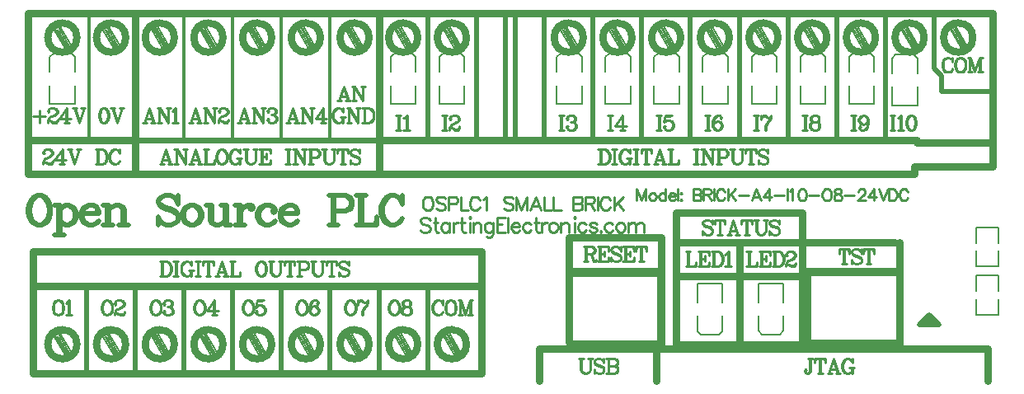
<source format=gto>
%FSLAX42Y42*%
%MOMM*%
G71*
G01*
G75*
%ADD10C,0.50*%
%ADD11R,1.50X1.30*%
%ADD12R,1.80X1.60*%
%ADD13C,1.50*%
%ADD14R,1.50X1.50*%
%ADD15C,0.40*%
%ADD16C,0.30*%
%ADD17C,1.00*%
%ADD18C,0.25*%
%ADD19R,0.63X1.86*%
%ADD20R,0.25X0.36*%
%ADD21C,0.80*%
%ADD22C,0.20*%
%ADD23C,0.60*%
D10*
X4250Y-4050D02*
Y-3150D01*
X3750Y-4050D02*
X4250D01*
X3750D02*
Y-3150D01*
X3250D02*
X3750D01*
X3250Y-4050D02*
Y-3150D01*
X2750Y-4050D02*
X3250D01*
X2750D02*
Y-3150D01*
X2250D02*
X2750D01*
X2250Y-4050D02*
Y-3150D01*
X1750Y-4050D02*
X2250D01*
X1750D02*
Y-3150D01*
X1250D02*
X1750D01*
X1250Y-4050D02*
Y-3150D01*
X750Y-4050D02*
X1250D01*
X750D02*
Y-3150D01*
X9450Y-900D02*
Y-350D01*
X8950Y-1650D02*
Y-350D01*
X8450Y-1650D02*
Y-350D01*
X7950Y-1650D02*
Y-350D01*
X7450Y-1650D02*
Y-350D01*
X6950Y-1650D02*
Y-350D01*
X6450Y-1650D02*
Y-350D01*
X5950Y-1650D02*
Y-350D01*
X5450Y-1650D02*
Y-350D01*
X4750Y-1650D02*
Y-350D01*
X5150Y-1650D02*
Y-350D01*
X5050Y-1650D02*
Y-350D01*
X4250Y-1650D02*
Y-350D01*
X9450Y-921D02*
Y-900D01*
Y-921D02*
X9525Y-996D01*
Y-1150D02*
Y-996D01*
Y-1150D02*
X10050D01*
X9300Y-3550D02*
X9400Y-3450D01*
X9300Y-3550D02*
X9500D01*
X9400Y-3450D02*
X9500Y-3550D01*
X9375Y-3525D02*
X9425D01*
X9400Y-3550D02*
Y-3450D01*
X250Y-2225D02*
X207Y-2239D01*
X179Y-2268D01*
X164Y-2296D01*
X150Y-2354D01*
Y-2396D01*
X164Y-2454D01*
X179Y-2482D01*
X207Y-2511D01*
X250Y-2525D01*
X279D01*
X321Y-2511D01*
X350Y-2482D01*
X364Y-2454D01*
X379Y-2396D01*
Y-2354D01*
X364Y-2296D01*
X350Y-2268D01*
X321Y-2239D01*
X279Y-2225D01*
X250D01*
X221Y-2239D01*
X193Y-2268D01*
X179Y-2296D01*
X164Y-2354D01*
Y-2396D01*
X179Y-2454D01*
X193Y-2482D01*
X221Y-2511D01*
X250Y-2525D01*
X279D02*
X307Y-2511D01*
X336Y-2482D01*
X350Y-2454D01*
X364Y-2396D01*
Y-2354D01*
X350Y-2296D01*
X336Y-2268D01*
X307Y-2239D01*
X279Y-2225D01*
X463Y-2325D02*
Y-2625D01*
X477Y-2325D02*
Y-2625D01*
Y-2368D02*
X506Y-2339D01*
X534Y-2325D01*
X563D01*
X606Y-2339D01*
X634Y-2368D01*
X648Y-2411D01*
Y-2439D01*
X634Y-2482D01*
X606Y-2511D01*
X563Y-2525D01*
X534D01*
X506Y-2511D01*
X477Y-2482D01*
X563Y-2325D02*
X591Y-2339D01*
X620Y-2368D01*
X634Y-2411D01*
Y-2439D01*
X620Y-2482D01*
X591Y-2511D01*
X563Y-2525D01*
X420Y-2325D02*
X477D01*
X420Y-2625D02*
X520D01*
X704Y-2411D02*
X876D01*
Y-2382D01*
X861Y-2354D01*
X847Y-2339D01*
X818Y-2325D01*
X776D01*
X733Y-2339D01*
X704Y-2368D01*
X690Y-2411D01*
Y-2439D01*
X704Y-2482D01*
X733Y-2511D01*
X776Y-2525D01*
X804D01*
X847Y-2511D01*
X876Y-2482D01*
X861Y-2411D02*
Y-2368D01*
X847Y-2339D01*
X776Y-2325D02*
X747Y-2339D01*
X718Y-2368D01*
X704Y-2411D01*
Y-2439D01*
X718Y-2482D01*
X747Y-2511D01*
X776Y-2525D01*
X964Y-2325D02*
Y-2525D01*
X978Y-2325D02*
Y-2525D01*
Y-2368D02*
X1007Y-2339D01*
X1050Y-2325D01*
X1078D01*
X1121Y-2339D01*
X1136Y-2368D01*
Y-2525D01*
X1078Y-2325D02*
X1107Y-2339D01*
X1121Y-2368D01*
Y-2525D01*
X921Y-2325D02*
X978D01*
X921Y-2525D02*
X1021D01*
X1078D02*
X1178D01*
X1673Y-2268D02*
X1687Y-2225D01*
Y-2311D01*
X1673Y-2268D01*
X1644Y-2239D01*
X1601Y-2225D01*
X1558D01*
X1515Y-2239D01*
X1487Y-2268D01*
Y-2296D01*
X1501Y-2325D01*
X1515Y-2339D01*
X1544Y-2354D01*
X1630Y-2382D01*
X1658Y-2396D01*
X1687Y-2425D01*
X1487Y-2296D02*
X1515Y-2325D01*
X1544Y-2339D01*
X1630Y-2368D01*
X1658Y-2382D01*
X1673Y-2396D01*
X1687Y-2425D01*
Y-2482D01*
X1658Y-2511D01*
X1615Y-2525D01*
X1573D01*
X1530Y-2511D01*
X1501Y-2482D01*
X1487Y-2439D01*
Y-2525D01*
X1501Y-2482D01*
X1817Y-2325D02*
X1774Y-2339D01*
X1745Y-2368D01*
X1731Y-2411D01*
Y-2439D01*
X1745Y-2482D01*
X1774Y-2511D01*
X1817Y-2525D01*
X1845D01*
X1888Y-2511D01*
X1917Y-2482D01*
X1931Y-2439D01*
Y-2411D01*
X1917Y-2368D01*
X1888Y-2339D01*
X1845Y-2325D01*
X1817D01*
X1788Y-2339D01*
X1760Y-2368D01*
X1745Y-2411D01*
Y-2439D01*
X1760Y-2482D01*
X1788Y-2511D01*
X1817Y-2525D01*
X1845D02*
X1874Y-2511D01*
X1902Y-2482D01*
X1917Y-2439D01*
Y-2411D01*
X1902Y-2368D01*
X1874Y-2339D01*
X1845Y-2325D01*
X2018D02*
Y-2482D01*
X2032Y-2511D01*
X2075Y-2525D01*
X2104D01*
X2147Y-2511D01*
X2175Y-2482D01*
X2032Y-2325D02*
Y-2482D01*
X2047Y-2511D01*
X2075Y-2525D01*
X2175Y-2325D02*
Y-2525D01*
X2190Y-2325D02*
Y-2525D01*
X1975Y-2325D02*
X2032D01*
X2132D02*
X2190D01*
X2175Y-2525D02*
X2232D01*
X2314Y-2325D02*
Y-2525D01*
X2328Y-2325D02*
Y-2525D01*
Y-2411D02*
X2342Y-2368D01*
X2371Y-2339D01*
X2400Y-2325D01*
X2442D01*
X2457Y-2339D01*
Y-2354D01*
X2442Y-2368D01*
X2428Y-2354D01*
X2442Y-2339D01*
X2271Y-2325D02*
X2328D01*
X2271Y-2525D02*
X2371D01*
X2674Y-2368D02*
X2659Y-2382D01*
X2674Y-2396D01*
X2688Y-2382D01*
Y-2368D01*
X2659Y-2339D01*
X2631Y-2325D01*
X2588D01*
X2545Y-2339D01*
X2517Y-2368D01*
X2502Y-2411D01*
Y-2439D01*
X2517Y-2482D01*
X2545Y-2511D01*
X2588Y-2525D01*
X2617D01*
X2659Y-2511D01*
X2688Y-2482D01*
X2588Y-2325D02*
X2559Y-2339D01*
X2531Y-2368D01*
X2517Y-2411D01*
Y-2439D01*
X2531Y-2482D01*
X2559Y-2511D01*
X2588Y-2525D01*
X2748Y-2411D02*
X2919D01*
Y-2382D01*
X2905Y-2354D01*
X2891Y-2339D01*
X2862Y-2325D01*
X2819D01*
X2777Y-2339D01*
X2748Y-2368D01*
X2734Y-2411D01*
Y-2439D01*
X2748Y-2482D01*
X2777Y-2511D01*
X2819Y-2525D01*
X2848D01*
X2891Y-2511D01*
X2919Y-2482D01*
X2905Y-2411D02*
Y-2368D01*
X2891Y-2339D01*
X2819Y-2325D02*
X2791Y-2339D01*
X2762Y-2368D01*
X2748Y-2411D01*
Y-2439D01*
X2762Y-2482D01*
X2791Y-2511D01*
X2819Y-2525D01*
X3278Y-2225D02*
Y-2525D01*
X3292Y-2225D02*
Y-2525D01*
X3235Y-2225D02*
X3406D01*
X3449Y-2239D01*
X3464Y-2254D01*
X3478Y-2282D01*
Y-2325D01*
X3464Y-2354D01*
X3449Y-2368D01*
X3406Y-2382D01*
X3292D01*
X3406Y-2225D02*
X3435Y-2239D01*
X3449Y-2254D01*
X3464Y-2282D01*
Y-2325D01*
X3449Y-2354D01*
X3435Y-2368D01*
X3406Y-2382D01*
X3235Y-2525D02*
X3335D01*
X3561Y-2225D02*
Y-2525D01*
X3575Y-2225D02*
Y-2525D01*
X3518Y-2225D02*
X3618D01*
X3518Y-2525D02*
X3732D01*
Y-2439D01*
X3718Y-2525D01*
X3975Y-2268D02*
X3989Y-2311D01*
Y-2225D01*
X3975Y-2268D01*
X3946Y-2239D01*
X3903Y-2225D01*
X3875D01*
X3832Y-2239D01*
X3804Y-2268D01*
X3789Y-2296D01*
X3775Y-2339D01*
Y-2411D01*
X3789Y-2454D01*
X3804Y-2482D01*
X3832Y-2511D01*
X3875Y-2525D01*
X3903D01*
X3946Y-2511D01*
X3975Y-2482D01*
X3989Y-2454D01*
X3875Y-2225D02*
X3846Y-2239D01*
X3818Y-2268D01*
X3804Y-2296D01*
X3789Y-2339D01*
Y-2411D01*
X3804Y-2454D01*
X3818Y-2482D01*
X3846Y-2511D01*
X3875Y-2525D01*
D16*
X3250Y-1650D02*
Y-350D01*
X2750Y-1650D02*
Y-350D01*
X2250Y-1650D02*
Y-350D01*
X1750Y-1650D02*
Y-350D01*
X775Y-1650D02*
Y-350D01*
D18*
X6400Y-2155D02*
Y-2275D01*
Y-2155D02*
X6446Y-2275D01*
X6491Y-2155D02*
X6446Y-2275D01*
X6491Y-2155D02*
Y-2275D01*
X6554Y-2195D02*
X6543Y-2201D01*
X6531Y-2212D01*
X6526Y-2229D01*
Y-2241D01*
X6531Y-2258D01*
X6543Y-2269D01*
X6554Y-2275D01*
X6571D01*
X6583Y-2269D01*
X6594Y-2258D01*
X6600Y-2241D01*
Y-2229D01*
X6594Y-2212D01*
X6583Y-2201D01*
X6571Y-2195D01*
X6554D01*
X6695Y-2155D02*
Y-2275D01*
Y-2212D02*
X6683Y-2201D01*
X6672Y-2195D01*
X6655D01*
X6643Y-2201D01*
X6632Y-2212D01*
X6626Y-2229D01*
Y-2241D01*
X6632Y-2258D01*
X6643Y-2269D01*
X6655Y-2275D01*
X6672D01*
X6683Y-2269D01*
X6695Y-2258D01*
X6727Y-2229D02*
X6795D01*
Y-2218D01*
X6790Y-2206D01*
X6784Y-2201D01*
X6772Y-2195D01*
X6755D01*
X6744Y-2201D01*
X6732Y-2212D01*
X6727Y-2229D01*
Y-2241D01*
X6732Y-2258D01*
X6744Y-2269D01*
X6755Y-2275D01*
X6772D01*
X6784Y-2269D01*
X6795Y-2258D01*
X6821Y-2155D02*
Y-2275D01*
X6852Y-2195D02*
X6846Y-2201D01*
X6852Y-2206D01*
X6858Y-2201D01*
X6852Y-2195D01*
Y-2264D02*
X6846Y-2269D01*
X6852Y-2275D01*
X6858Y-2269D01*
X6852Y-2264D01*
X6978Y-2155D02*
Y-2275D01*
Y-2155D02*
X7030D01*
X7047Y-2161D01*
X7052Y-2166D01*
X7058Y-2178D01*
Y-2189D01*
X7052Y-2201D01*
X7047Y-2206D01*
X7030Y-2212D01*
X6978D02*
X7030D01*
X7047Y-2218D01*
X7052Y-2224D01*
X7058Y-2235D01*
Y-2252D01*
X7052Y-2264D01*
X7047Y-2269D01*
X7030Y-2275D01*
X6978D01*
X7085Y-2155D02*
Y-2275D01*
Y-2155D02*
X7136D01*
X7154Y-2161D01*
X7159Y-2166D01*
X7165Y-2178D01*
Y-2189D01*
X7159Y-2201D01*
X7154Y-2206D01*
X7136Y-2212D01*
X7085D01*
X7125D02*
X7165Y-2275D01*
X7192Y-2155D02*
Y-2275D01*
X7303Y-2184D02*
X7297Y-2172D01*
X7286Y-2161D01*
X7274Y-2155D01*
X7251D01*
X7240Y-2161D01*
X7228Y-2172D01*
X7223Y-2184D01*
X7217Y-2201D01*
Y-2229D01*
X7223Y-2246D01*
X7228Y-2258D01*
X7240Y-2269D01*
X7251Y-2275D01*
X7274D01*
X7286Y-2269D01*
X7297Y-2258D01*
X7303Y-2246D01*
X7336Y-2155D02*
Y-2275D01*
X7416Y-2155D02*
X7336Y-2235D01*
X7365Y-2206D02*
X7416Y-2275D01*
X7443Y-2224D02*
X7546D01*
X7673Y-2275D02*
X7627Y-2155D01*
X7581Y-2275D01*
X7599Y-2235D02*
X7656D01*
X7758Y-2155D02*
X7701Y-2235D01*
X7787D01*
X7758Y-2155D02*
Y-2275D01*
X7808Y-2224D02*
X7911D01*
X7946Y-2155D02*
Y-2275D01*
X7971Y-2178D02*
X7983Y-2172D01*
X8000Y-2155D01*
Y-2275D01*
X8093Y-2155D02*
X8076Y-2161D01*
X8065Y-2178D01*
X8059Y-2206D01*
Y-2224D01*
X8065Y-2252D01*
X8076Y-2269D01*
X8093Y-2275D01*
X8105D01*
X8122Y-2269D01*
X8133Y-2252D01*
X8139Y-2224D01*
Y-2206D01*
X8133Y-2178D01*
X8122Y-2161D01*
X8105Y-2155D01*
X8093D01*
X8166Y-2224D02*
X8269D01*
X8338Y-2155D02*
X8327Y-2161D01*
X8316Y-2172D01*
X8310Y-2184D01*
X8304Y-2201D01*
Y-2229D01*
X8310Y-2246D01*
X8316Y-2258D01*
X8327Y-2269D01*
X8338Y-2275D01*
X8361D01*
X8373Y-2269D01*
X8384Y-2258D01*
X8390Y-2246D01*
X8396Y-2229D01*
Y-2201D01*
X8390Y-2184D01*
X8384Y-2172D01*
X8373Y-2161D01*
X8361Y-2155D01*
X8338D01*
X8452D02*
X8435Y-2161D01*
X8429Y-2172D01*
Y-2184D01*
X8435Y-2195D01*
X8446Y-2201D01*
X8469Y-2206D01*
X8486Y-2212D01*
X8498Y-2224D01*
X8504Y-2235D01*
Y-2252D01*
X8498Y-2264D01*
X8492Y-2269D01*
X8475Y-2275D01*
X8452D01*
X8435Y-2269D01*
X8429Y-2264D01*
X8424Y-2252D01*
Y-2235D01*
X8429Y-2224D01*
X8441Y-2212D01*
X8458Y-2206D01*
X8481Y-2201D01*
X8492Y-2195D01*
X8498Y-2184D01*
Y-2172D01*
X8492Y-2161D01*
X8475Y-2155D01*
X8452D01*
X8530Y-2224D02*
X8633D01*
X8674Y-2184D02*
Y-2178D01*
X8680Y-2166D01*
X8686Y-2161D01*
X8697Y-2155D01*
X8720D01*
X8732Y-2161D01*
X8737Y-2166D01*
X8743Y-2178D01*
Y-2189D01*
X8737Y-2201D01*
X8726Y-2218D01*
X8669Y-2275D01*
X8749D01*
X8833Y-2155D02*
X8775Y-2235D01*
X8861D01*
X8833Y-2155D02*
Y-2275D01*
X8882Y-2155D02*
X8928Y-2275D01*
X8974Y-2155D02*
X8928Y-2275D01*
X8989Y-2155D02*
Y-2275D01*
Y-2155D02*
X9029D01*
X9046Y-2161D01*
X9058Y-2172D01*
X9063Y-2184D01*
X9069Y-2201D01*
Y-2229D01*
X9063Y-2246D01*
X9058Y-2258D01*
X9046Y-2269D01*
X9029Y-2275D01*
X8989D01*
X9182Y-2184D02*
X9176Y-2172D01*
X9165Y-2161D01*
X9153Y-2155D01*
X9130D01*
X9119Y-2161D01*
X9107Y-2172D01*
X9102Y-2184D01*
X9096Y-2201D01*
Y-2229D01*
X9102Y-2246D01*
X9107Y-2258D01*
X9119Y-2269D01*
X9130Y-2275D01*
X9153D01*
X9165Y-2269D01*
X9176Y-2258D01*
X9182Y-2246D01*
X5821Y-3900D02*
Y-4007D01*
X5829Y-4029D01*
X5843Y-4043D01*
X5864Y-4050D01*
X5879D01*
X5900Y-4043D01*
X5914Y-4029D01*
X5921Y-4007D01*
Y-3900D01*
X5829D02*
Y-4007D01*
X5836Y-4029D01*
X5850Y-4043D01*
X5864Y-4050D01*
X5800Y-3900D02*
X5850D01*
X5900D02*
X5943D01*
X6054Y-3921D02*
X6061Y-3900D01*
Y-3943D01*
X6054Y-3921D01*
X6039Y-3907D01*
X6018Y-3900D01*
X5996D01*
X5975Y-3907D01*
X5961Y-3921D01*
Y-3936D01*
X5968Y-3950D01*
X5975Y-3957D01*
X5989Y-3964D01*
X6032Y-3979D01*
X6046Y-3986D01*
X6061Y-4000D01*
X5961Y-3936D02*
X5975Y-3950D01*
X5989Y-3957D01*
X6032Y-3971D01*
X6046Y-3979D01*
X6054Y-3986D01*
X6061Y-4000D01*
Y-4029D01*
X6046Y-4043D01*
X6025Y-4050D01*
X6004D01*
X5982Y-4043D01*
X5968Y-4029D01*
X5961Y-4007D01*
Y-4050D01*
X5968Y-4029D01*
X6104Y-3900D02*
Y-4050D01*
X6111Y-3900D02*
Y-4050D01*
X6083Y-3900D02*
X6168D01*
X6190Y-3907D01*
X6197Y-3914D01*
X6204Y-3929D01*
Y-3943D01*
X6197Y-3957D01*
X6190Y-3964D01*
X6168Y-3971D01*
Y-3900D02*
X6183Y-3907D01*
X6190Y-3914D01*
X6197Y-3929D01*
Y-3943D01*
X6190Y-3957D01*
X6183Y-3964D01*
X6168Y-3971D01*
X6111D02*
X6168D01*
X6190Y-3979D01*
X6197Y-3986D01*
X6204Y-4000D01*
Y-4021D01*
X6197Y-4036D01*
X6190Y-4043D01*
X6168Y-4050D01*
X6083D01*
X6168Y-3971D02*
X6183Y-3979D01*
X6190Y-3986D01*
X6197Y-4000D01*
Y-4021D01*
X6190Y-4036D01*
X6183Y-4043D01*
X6168Y-4050D01*
X8182Y-3900D02*
Y-4021D01*
X8175Y-4043D01*
X8161Y-4050D01*
X8146D01*
X8132Y-4043D01*
X8125Y-4029D01*
Y-4014D01*
X8132Y-4007D01*
X8139Y-4014D01*
X8132Y-4021D01*
X8175Y-3900D02*
Y-4021D01*
X8168Y-4043D01*
X8161Y-4050D01*
X8154Y-3900D02*
X8204D01*
X8278D02*
Y-4050D01*
X8285Y-3900D02*
Y-4050D01*
X8235Y-3900D02*
X8228Y-3943D01*
Y-3900D01*
X8335D01*
Y-3943D01*
X8328Y-3900D01*
X8256Y-4050D02*
X8306D01*
X8421Y-3900D02*
X8371Y-4050D01*
X8421Y-3900D02*
X8471Y-4050D01*
X8421Y-3921D02*
X8463Y-4050D01*
X8385Y-4007D02*
X8449D01*
X8356Y-4050D02*
X8399D01*
X8442D02*
X8485D01*
X8604Y-3921D02*
X8611Y-3943D01*
Y-3900D01*
X8604Y-3921D01*
X8590Y-3907D01*
X8568Y-3900D01*
X8554D01*
X8533Y-3907D01*
X8518Y-3921D01*
X8511Y-3936D01*
X8504Y-3957D01*
Y-3993D01*
X8511Y-4014D01*
X8518Y-4029D01*
X8533Y-4043D01*
X8554Y-4050D01*
X8568D01*
X8590Y-4043D01*
X8604Y-4029D01*
X8554Y-3900D02*
X8540Y-3907D01*
X8526Y-3921D01*
X8518Y-3936D01*
X8511Y-3957D01*
Y-3993D01*
X8518Y-4014D01*
X8526Y-4029D01*
X8540Y-4043D01*
X8554Y-4050D01*
X8604Y-3993D02*
Y-4050D01*
X8611Y-3993D02*
Y-4050D01*
X8583Y-3993D02*
X8633D01*
X7546Y-2800D02*
Y-2950D01*
X7554Y-2800D02*
Y-2950D01*
X7525Y-2800D02*
X7575D01*
X7525Y-2950D02*
X7632D01*
Y-2907D01*
X7625Y-2950D01*
X7675Y-2800D02*
Y-2950D01*
X7682Y-2800D02*
Y-2950D01*
X7725Y-2843D02*
Y-2900D01*
X7654Y-2800D02*
X7768D01*
Y-2843D01*
X7761Y-2800D01*
X7682Y-2871D02*
X7725D01*
X7654Y-2950D02*
X7768D01*
Y-2907D01*
X7761Y-2950D01*
X7810Y-2800D02*
Y-2950D01*
X7817Y-2800D02*
Y-2950D01*
X7789Y-2800D02*
X7860D01*
X7881Y-2807D01*
X7896Y-2821D01*
X7903Y-2836D01*
X7910Y-2857D01*
Y-2893D01*
X7903Y-2914D01*
X7896Y-2929D01*
X7881Y-2943D01*
X7860Y-2950D01*
X7789D01*
X7860Y-2800D02*
X7874Y-2807D01*
X7888Y-2821D01*
X7896Y-2836D01*
X7903Y-2857D01*
Y-2893D01*
X7896Y-2914D01*
X7888Y-2929D01*
X7874Y-2943D01*
X7860Y-2950D01*
X7937Y-2829D02*
X7944Y-2836D01*
X7937Y-2843D01*
X7930Y-2836D01*
Y-2829D01*
X7937Y-2814D01*
X7944Y-2807D01*
X7966Y-2800D01*
X7994D01*
X8016Y-2807D01*
X8023Y-2814D01*
X8030Y-2829D01*
Y-2843D01*
X8023Y-2857D01*
X8001Y-2871D01*
X7966Y-2886D01*
X7951Y-2893D01*
X7937Y-2907D01*
X7930Y-2929D01*
Y-2950D01*
X7994Y-2800D02*
X8008Y-2807D01*
X8016Y-2814D01*
X8023Y-2829D01*
Y-2843D01*
X8016Y-2857D01*
X7994Y-2871D01*
X7966Y-2886D01*
X7930Y-2936D02*
X7937Y-2929D01*
X7951D01*
X7987Y-2943D01*
X8008D01*
X8023Y-2936D01*
X8030Y-2929D01*
Y-2914D01*
X7951Y-2929D02*
X7987Y-2950D01*
X8016D01*
X8023Y-2943D01*
X8030Y-2929D01*
X6921Y-2800D02*
Y-2950D01*
X6929Y-2800D02*
Y-2950D01*
X6900Y-2800D02*
X6950D01*
X6900Y-2950D02*
X7007D01*
Y-2907D01*
X7000Y-2950D01*
X7050Y-2800D02*
Y-2950D01*
X7057Y-2800D02*
Y-2950D01*
X7100Y-2843D02*
Y-2900D01*
X7029Y-2800D02*
X7143D01*
Y-2843D01*
X7136Y-2800D01*
X7057Y-2871D02*
X7100D01*
X7029Y-2950D02*
X7143D01*
Y-2907D01*
X7136Y-2950D01*
X7185Y-2800D02*
Y-2950D01*
X7192Y-2800D02*
Y-2950D01*
X7164Y-2800D02*
X7235D01*
X7256Y-2807D01*
X7271Y-2821D01*
X7278Y-2836D01*
X7285Y-2857D01*
Y-2893D01*
X7278Y-2914D01*
X7271Y-2929D01*
X7256Y-2943D01*
X7235Y-2950D01*
X7164D01*
X7235Y-2800D02*
X7249Y-2807D01*
X7263Y-2821D01*
X7271Y-2836D01*
X7278Y-2857D01*
Y-2893D01*
X7271Y-2914D01*
X7263Y-2929D01*
X7249Y-2943D01*
X7235Y-2950D01*
X7305Y-2829D02*
X7319Y-2821D01*
X7341Y-2800D01*
Y-2950D01*
X7333Y-2807D02*
Y-2950D01*
X7305D02*
X7369D01*
X7168Y-2496D02*
X7175Y-2475D01*
Y-2518D01*
X7168Y-2496D01*
X7154Y-2482D01*
X7132Y-2475D01*
X7111D01*
X7089Y-2482D01*
X7075Y-2496D01*
Y-2511D01*
X7082Y-2525D01*
X7089Y-2532D01*
X7104Y-2539D01*
X7146Y-2554D01*
X7161Y-2561D01*
X7175Y-2575D01*
X7075Y-2511D02*
X7089Y-2525D01*
X7104Y-2532D01*
X7146Y-2546D01*
X7161Y-2554D01*
X7168Y-2561D01*
X7175Y-2575D01*
Y-2604D01*
X7161Y-2618D01*
X7139Y-2625D01*
X7118D01*
X7096Y-2618D01*
X7082Y-2604D01*
X7075Y-2582D01*
Y-2625D01*
X7082Y-2604D01*
X7247Y-2475D02*
Y-2625D01*
X7254Y-2475D02*
Y-2625D01*
X7204Y-2475D02*
X7197Y-2518D01*
Y-2475D01*
X7304D01*
Y-2518D01*
X7297Y-2475D01*
X7226Y-2625D02*
X7276D01*
X7390Y-2475D02*
X7340Y-2625D01*
X7390Y-2475D02*
X7440Y-2625D01*
X7390Y-2496D02*
X7433Y-2625D01*
X7354Y-2582D02*
X7418D01*
X7326Y-2625D02*
X7369D01*
X7411D02*
X7454D01*
X7523Y-2475D02*
Y-2625D01*
X7531Y-2475D02*
Y-2625D01*
X7481Y-2475D02*
X7473Y-2518D01*
Y-2475D01*
X7581D01*
Y-2518D01*
X7573Y-2475D01*
X7502Y-2625D02*
X7552D01*
X7623Y-2475D02*
Y-2582D01*
X7631Y-2604D01*
X7645Y-2618D01*
X7666Y-2625D01*
X7681D01*
X7702Y-2618D01*
X7716Y-2604D01*
X7723Y-2582D01*
Y-2475D01*
X7631D02*
Y-2582D01*
X7638Y-2604D01*
X7652Y-2618D01*
X7666Y-2625D01*
X7602Y-2475D02*
X7652D01*
X7702D02*
X7745D01*
X7856Y-2496D02*
X7863Y-2475D01*
Y-2518D01*
X7856Y-2496D01*
X7841Y-2482D01*
X7820Y-2475D01*
X7798D01*
X7777Y-2482D01*
X7763Y-2496D01*
Y-2511D01*
X7770Y-2525D01*
X7777Y-2532D01*
X7791Y-2539D01*
X7834Y-2554D01*
X7848Y-2561D01*
X7863Y-2575D01*
X7763Y-2511D02*
X7777Y-2525D01*
X7791Y-2532D01*
X7834Y-2546D01*
X7848Y-2554D01*
X7856Y-2561D01*
X7863Y-2575D01*
Y-2604D01*
X7848Y-2618D01*
X7827Y-2625D01*
X7806D01*
X7784Y-2618D01*
X7770Y-2604D01*
X7763Y-2582D01*
Y-2625D01*
X7770Y-2604D01*
X5871Y-2750D02*
Y-2900D01*
X5879Y-2750D02*
Y-2900D01*
X5850Y-2750D02*
X5936D01*
X5957Y-2757D01*
X5964Y-2764D01*
X5971Y-2779D01*
Y-2793D01*
X5964Y-2807D01*
X5957Y-2814D01*
X5936Y-2821D01*
X5879D01*
X5936Y-2750D02*
X5950Y-2757D01*
X5957Y-2764D01*
X5964Y-2779D01*
Y-2793D01*
X5957Y-2807D01*
X5950Y-2814D01*
X5936Y-2821D01*
X5850Y-2900D02*
X5900D01*
X5914Y-2821D02*
X5929Y-2829D01*
X5936Y-2836D01*
X5957Y-2886D01*
X5964Y-2893D01*
X5971D01*
X5979Y-2886D01*
X5929Y-2829D02*
X5936Y-2843D01*
X5950Y-2893D01*
X5957Y-2900D01*
X5971D01*
X5979Y-2886D01*
Y-2879D01*
X6019Y-2750D02*
Y-2900D01*
X6026Y-2750D02*
Y-2900D01*
X6069Y-2793D02*
Y-2850D01*
X5998Y-2750D02*
X6112D01*
Y-2793D01*
X6105Y-2750D01*
X6026Y-2821D02*
X6069D01*
X5998Y-2900D02*
X6112D01*
Y-2857D01*
X6105Y-2900D01*
X6226Y-2771D02*
X6233Y-2750D01*
Y-2793D01*
X6226Y-2771D01*
X6211Y-2757D01*
X6190Y-2750D01*
X6169D01*
X6147Y-2757D01*
X6133Y-2771D01*
Y-2786D01*
X6140Y-2800D01*
X6147Y-2807D01*
X6161Y-2814D01*
X6204Y-2829D01*
X6218Y-2836D01*
X6233Y-2850D01*
X6133Y-2786D02*
X6147Y-2800D01*
X6161Y-2807D01*
X6204Y-2821D01*
X6218Y-2829D01*
X6226Y-2836D01*
X6233Y-2850D01*
Y-2879D01*
X6218Y-2893D01*
X6197Y-2900D01*
X6176D01*
X6154Y-2893D01*
X6140Y-2879D01*
X6133Y-2857D01*
Y-2900D01*
X6140Y-2879D01*
X6276Y-2750D02*
Y-2900D01*
X6283Y-2750D02*
Y-2900D01*
X6326Y-2793D02*
Y-2850D01*
X6255Y-2750D02*
X6369D01*
Y-2793D01*
X6362Y-2750D01*
X6283Y-2821D02*
X6326D01*
X6255Y-2900D02*
X6369D01*
Y-2857D01*
X6362Y-2900D01*
X6440Y-2750D02*
Y-2900D01*
X6447Y-2750D02*
Y-2900D01*
X6397Y-2750D02*
X6390Y-2793D01*
Y-2750D01*
X6497D01*
Y-2793D01*
X6490Y-2750D01*
X6418Y-2900D02*
X6468D01*
X6021Y-1750D02*
Y-1900D01*
X6029Y-1750D02*
Y-1900D01*
X6000Y-1750D02*
X6071D01*
X6093Y-1757D01*
X6107Y-1771D01*
X6114Y-1786D01*
X6121Y-1807D01*
Y-1843D01*
X6114Y-1864D01*
X6107Y-1879D01*
X6093Y-1893D01*
X6071Y-1900D01*
X6000D01*
X6071Y-1750D02*
X6086Y-1757D01*
X6100Y-1771D01*
X6107Y-1786D01*
X6114Y-1807D01*
Y-1843D01*
X6107Y-1864D01*
X6100Y-1879D01*
X6086Y-1893D01*
X6071Y-1900D01*
X6163Y-1750D02*
Y-1900D01*
X6170Y-1750D02*
Y-1900D01*
X6141Y-1750D02*
X6191D01*
X6141Y-1900D02*
X6191D01*
X6319Y-1771D02*
X6326Y-1793D01*
Y-1750D01*
X6319Y-1771D01*
X6304Y-1757D01*
X6283Y-1750D01*
X6269D01*
X6247Y-1757D01*
X6233Y-1771D01*
X6226Y-1786D01*
X6219Y-1807D01*
Y-1843D01*
X6226Y-1864D01*
X6233Y-1879D01*
X6247Y-1893D01*
X6269Y-1900D01*
X6283D01*
X6304Y-1893D01*
X6319Y-1879D01*
X6269Y-1750D02*
X6254Y-1757D01*
X6240Y-1771D01*
X6233Y-1786D01*
X6226Y-1807D01*
Y-1843D01*
X6233Y-1864D01*
X6240Y-1879D01*
X6254Y-1893D01*
X6269Y-1900D01*
X6319Y-1843D02*
Y-1900D01*
X6326Y-1843D02*
Y-1900D01*
X6297Y-1843D02*
X6347D01*
X6388Y-1750D02*
Y-1900D01*
X6395Y-1750D02*
Y-1900D01*
X6366Y-1750D02*
X6416D01*
X6366Y-1900D02*
X6416D01*
X6493Y-1750D02*
Y-1900D01*
X6501Y-1750D02*
Y-1900D01*
X6451Y-1750D02*
X6443Y-1793D01*
Y-1750D01*
X6551D01*
Y-1793D01*
X6543Y-1750D01*
X6472Y-1900D02*
X6522D01*
X6636Y-1750D02*
X6586Y-1900D01*
X6636Y-1750D02*
X6686Y-1900D01*
X6636Y-1771D02*
X6679Y-1900D01*
X6601Y-1857D02*
X6665D01*
X6572Y-1900D02*
X6615D01*
X6658D02*
X6701D01*
X6741Y-1750D02*
Y-1900D01*
X6748Y-1750D02*
Y-1900D01*
X6720Y-1750D02*
X6770D01*
X6720Y-1900D02*
X6827D01*
Y-1857D01*
X6820Y-1900D01*
X7005Y-1750D02*
Y-1900D01*
X7012Y-1750D02*
Y-1900D01*
X6983Y-1750D02*
X7033D01*
X6983Y-1900D02*
X7033D01*
X7082Y-1750D02*
Y-1900D01*
X7089Y-1750D02*
X7175Y-1886D01*
X7089Y-1764D02*
X7175Y-1900D01*
Y-1750D02*
Y-1900D01*
X7060Y-1750D02*
X7089D01*
X7153D02*
X7196D01*
X7060Y-1900D02*
X7103D01*
X7236Y-1750D02*
Y-1900D01*
X7243Y-1750D02*
Y-1900D01*
X7215Y-1750D02*
X7300D01*
X7322Y-1757D01*
X7329Y-1764D01*
X7336Y-1779D01*
Y-1800D01*
X7329Y-1814D01*
X7322Y-1821D01*
X7300Y-1829D01*
X7243D01*
X7300Y-1750D02*
X7315Y-1757D01*
X7322Y-1764D01*
X7329Y-1779D01*
Y-1800D01*
X7322Y-1814D01*
X7315Y-1821D01*
X7300Y-1829D01*
X7215Y-1900D02*
X7265D01*
X7378Y-1750D02*
Y-1857D01*
X7385Y-1879D01*
X7399Y-1893D01*
X7420Y-1900D01*
X7435D01*
X7456Y-1893D01*
X7470Y-1879D01*
X7478Y-1857D01*
Y-1750D01*
X7385D02*
Y-1857D01*
X7392Y-1879D01*
X7406Y-1893D01*
X7420Y-1900D01*
X7356Y-1750D02*
X7406D01*
X7456D02*
X7499D01*
X7567D02*
Y-1900D01*
X7574Y-1750D02*
Y-1900D01*
X7524Y-1750D02*
X7517Y-1793D01*
Y-1750D01*
X7624D01*
Y-1793D01*
X7617Y-1750D01*
X7545Y-1900D02*
X7595D01*
X7738Y-1771D02*
X7745Y-1750D01*
Y-1793D01*
X7738Y-1771D01*
X7724Y-1757D01*
X7702Y-1750D01*
X7681D01*
X7660Y-1757D01*
X7645Y-1771D01*
Y-1786D01*
X7653Y-1800D01*
X7660Y-1807D01*
X7674Y-1814D01*
X7717Y-1829D01*
X7731Y-1836D01*
X7745Y-1850D01*
X7645Y-1786D02*
X7660Y-1800D01*
X7674Y-1807D01*
X7717Y-1821D01*
X7731Y-1829D01*
X7738Y-1836D01*
X7745Y-1850D01*
Y-1879D01*
X7731Y-1893D01*
X7710Y-1900D01*
X7688D01*
X7667Y-1893D01*
X7653Y-1879D01*
X7645Y-1857D01*
Y-1900D01*
X7653Y-1879D01*
X1521Y-2900D02*
Y-3050D01*
X1529Y-2900D02*
Y-3050D01*
X1500Y-2900D02*
X1571D01*
X1593Y-2907D01*
X1607Y-2921D01*
X1614Y-2936D01*
X1621Y-2957D01*
Y-2993D01*
X1614Y-3014D01*
X1607Y-3029D01*
X1593Y-3043D01*
X1571Y-3050D01*
X1500D01*
X1571Y-2900D02*
X1586Y-2907D01*
X1600Y-2921D01*
X1607Y-2936D01*
X1614Y-2957D01*
Y-2993D01*
X1607Y-3014D01*
X1600Y-3029D01*
X1586Y-3043D01*
X1571Y-3050D01*
X1663Y-2900D02*
Y-3050D01*
X1670Y-2900D02*
Y-3050D01*
X1641Y-2900D02*
X1691D01*
X1641Y-3050D02*
X1691D01*
X1819Y-2921D02*
X1826Y-2943D01*
Y-2900D01*
X1819Y-2921D01*
X1804Y-2907D01*
X1783Y-2900D01*
X1769D01*
X1747Y-2907D01*
X1733Y-2921D01*
X1726Y-2936D01*
X1719Y-2957D01*
Y-2993D01*
X1726Y-3014D01*
X1733Y-3029D01*
X1747Y-3043D01*
X1769Y-3050D01*
X1783D01*
X1804Y-3043D01*
X1819Y-3029D01*
X1769Y-2900D02*
X1754Y-2907D01*
X1740Y-2921D01*
X1733Y-2936D01*
X1726Y-2957D01*
Y-2993D01*
X1733Y-3014D01*
X1740Y-3029D01*
X1754Y-3043D01*
X1769Y-3050D01*
X1819Y-2993D02*
Y-3050D01*
X1826Y-2993D02*
Y-3050D01*
X1797Y-2993D02*
X1847D01*
X1888Y-2900D02*
Y-3050D01*
X1895Y-2900D02*
Y-3050D01*
X1866Y-2900D02*
X1916D01*
X1866Y-3050D02*
X1916D01*
X1993Y-2900D02*
Y-3050D01*
X2001Y-2900D02*
Y-3050D01*
X1951Y-2900D02*
X1943Y-2943D01*
Y-2900D01*
X2051D01*
Y-2943D01*
X2043Y-2900D01*
X1972Y-3050D02*
X2022D01*
X2136Y-2900D02*
X2086Y-3050D01*
X2136Y-2900D02*
X2186Y-3050D01*
X2136Y-2921D02*
X2179Y-3050D01*
X2101Y-3007D02*
X2165D01*
X2072Y-3050D02*
X2115D01*
X2158D02*
X2201D01*
X2241Y-2900D02*
Y-3050D01*
X2248Y-2900D02*
Y-3050D01*
X2220Y-2900D02*
X2270D01*
X2220Y-3050D02*
X2327D01*
Y-3007D01*
X2320Y-3050D01*
X2533Y-2900D02*
X2512Y-2907D01*
X2498Y-2921D01*
X2491Y-2936D01*
X2483Y-2964D01*
Y-2986D01*
X2491Y-3014D01*
X2498Y-3029D01*
X2512Y-3043D01*
X2533Y-3050D01*
X2548D01*
X2569Y-3043D01*
X2583Y-3029D01*
X2590Y-3014D01*
X2598Y-2986D01*
Y-2964D01*
X2590Y-2936D01*
X2583Y-2921D01*
X2569Y-2907D01*
X2548Y-2900D01*
X2533D01*
X2519Y-2907D01*
X2505Y-2921D01*
X2498Y-2936D01*
X2491Y-2964D01*
Y-2986D01*
X2498Y-3014D01*
X2505Y-3029D01*
X2519Y-3043D01*
X2533Y-3050D01*
X2548D02*
X2562Y-3043D01*
X2576Y-3029D01*
X2583Y-3014D01*
X2590Y-2986D01*
Y-2964D01*
X2583Y-2936D01*
X2576Y-2921D01*
X2562Y-2907D01*
X2548Y-2900D01*
X2640D02*
Y-3007D01*
X2647Y-3029D01*
X2661Y-3043D01*
X2683Y-3050D01*
X2697D01*
X2718Y-3043D01*
X2733Y-3029D01*
X2740Y-3007D01*
Y-2900D01*
X2647D02*
Y-3007D01*
X2654Y-3029D01*
X2668Y-3043D01*
X2683Y-3050D01*
X2618Y-2900D02*
X2668D01*
X2718D02*
X2761D01*
X2829D02*
Y-3050D01*
X2836Y-2900D02*
Y-3050D01*
X2786Y-2900D02*
X2779Y-2943D01*
Y-2900D01*
X2886D01*
Y-2943D01*
X2879Y-2900D01*
X2808Y-3050D02*
X2858D01*
X2929Y-2900D02*
Y-3050D01*
X2936Y-2900D02*
Y-3050D01*
X2908Y-2900D02*
X2993D01*
X3015Y-2907D01*
X3022Y-2914D01*
X3029Y-2929D01*
Y-2950D01*
X3022Y-2964D01*
X3015Y-2971D01*
X2993Y-2979D01*
X2936D01*
X2993Y-2900D02*
X3008Y-2907D01*
X3015Y-2914D01*
X3022Y-2929D01*
Y-2950D01*
X3015Y-2964D01*
X3008Y-2971D01*
X2993Y-2979D01*
X2908Y-3050D02*
X2958D01*
X3070Y-2900D02*
Y-3007D01*
X3078Y-3029D01*
X3092Y-3043D01*
X3113Y-3050D01*
X3128D01*
X3149Y-3043D01*
X3163Y-3029D01*
X3170Y-3007D01*
Y-2900D01*
X3078D02*
Y-3007D01*
X3085Y-3029D01*
X3099Y-3043D01*
X3113Y-3050D01*
X3049Y-2900D02*
X3099D01*
X3149D02*
X3192D01*
X3260D02*
Y-3050D01*
X3267Y-2900D02*
Y-3050D01*
X3217Y-2900D02*
X3210Y-2943D01*
Y-2900D01*
X3317D01*
Y-2943D01*
X3310Y-2900D01*
X3238Y-3050D02*
X3288D01*
X3431Y-2921D02*
X3438Y-2900D01*
Y-2943D01*
X3431Y-2921D01*
X3417Y-2907D01*
X3395Y-2900D01*
X3374D01*
X3352Y-2907D01*
X3338Y-2921D01*
Y-2936D01*
X3345Y-2950D01*
X3352Y-2957D01*
X3367Y-2964D01*
X3410Y-2979D01*
X3424Y-2986D01*
X3438Y-3000D01*
X3338Y-2936D02*
X3352Y-2950D01*
X3367Y-2957D01*
X3410Y-2971D01*
X3424Y-2979D01*
X3431Y-2986D01*
X3438Y-3000D01*
Y-3029D01*
X3424Y-3043D01*
X3402Y-3050D01*
X3381D01*
X3360Y-3043D01*
X3345Y-3029D01*
X3338Y-3007D01*
Y-3050D01*
X3345Y-3029D01*
X1564Y-1750D02*
X1514Y-1900D01*
X1564Y-1750D02*
X1614Y-1900D01*
X1564Y-1771D02*
X1607Y-1900D01*
X1529Y-1857D02*
X1593D01*
X1500Y-1900D02*
X1543D01*
X1586D02*
X1629D01*
X1669Y-1750D02*
Y-1900D01*
X1676Y-1750D02*
X1762Y-1886D01*
X1676Y-1764D02*
X1762Y-1900D01*
Y-1750D02*
Y-1900D01*
X1648Y-1750D02*
X1676D01*
X1741D02*
X1784D01*
X1648Y-1900D02*
X1691D01*
X1866Y-1750D02*
X1816Y-1900D01*
X1866Y-1750D02*
X1916Y-1900D01*
X1866Y-1771D02*
X1909Y-1900D01*
X1831Y-1857D02*
X1895D01*
X1802Y-1900D02*
X1845D01*
X1888D02*
X1931D01*
X1971Y-1750D02*
Y-1900D01*
X1978Y-1750D02*
Y-1900D01*
X1950Y-1750D02*
X2000D01*
X1950Y-1900D02*
X2057D01*
Y-1857D01*
X2050Y-1900D01*
X2128Y-1750D02*
X2107Y-1757D01*
X2093Y-1771D01*
X2086Y-1786D01*
X2078Y-1814D01*
Y-1836D01*
X2086Y-1864D01*
X2093Y-1879D01*
X2107Y-1893D01*
X2128Y-1900D01*
X2143D01*
X2164Y-1893D01*
X2178Y-1879D01*
X2186Y-1864D01*
X2193Y-1836D01*
Y-1814D01*
X2186Y-1786D01*
X2178Y-1771D01*
X2164Y-1757D01*
X2143Y-1750D01*
X2128D01*
X2114Y-1757D01*
X2100Y-1771D01*
X2093Y-1786D01*
X2086Y-1814D01*
Y-1836D01*
X2093Y-1864D01*
X2100Y-1879D01*
X2114Y-1893D01*
X2128Y-1900D01*
X2143D02*
X2157Y-1893D01*
X2171Y-1879D01*
X2178Y-1864D01*
X2186Y-1836D01*
Y-1814D01*
X2178Y-1786D01*
X2171Y-1771D01*
X2157Y-1757D01*
X2143Y-1750D01*
X2313Y-1771D02*
X2321Y-1793D01*
Y-1750D01*
X2313Y-1771D01*
X2299Y-1757D01*
X2278Y-1750D01*
X2263D01*
X2242Y-1757D01*
X2228Y-1771D01*
X2221Y-1786D01*
X2213Y-1807D01*
Y-1843D01*
X2221Y-1864D01*
X2228Y-1879D01*
X2242Y-1893D01*
X2263Y-1900D01*
X2278D01*
X2299Y-1893D01*
X2313Y-1879D01*
X2263Y-1750D02*
X2249Y-1757D01*
X2235Y-1771D01*
X2228Y-1786D01*
X2221Y-1807D01*
Y-1843D01*
X2228Y-1864D01*
X2235Y-1879D01*
X2249Y-1893D01*
X2263Y-1900D01*
X2313Y-1843D02*
Y-1900D01*
X2321Y-1843D02*
Y-1900D01*
X2292Y-1843D02*
X2342D01*
X2383Y-1750D02*
Y-1857D01*
X2390Y-1879D01*
X2404Y-1893D01*
X2426Y-1900D01*
X2440D01*
X2461Y-1893D01*
X2476Y-1879D01*
X2483Y-1857D01*
Y-1750D01*
X2390D02*
Y-1857D01*
X2397Y-1879D01*
X2411Y-1893D01*
X2426Y-1900D01*
X2361Y-1750D02*
X2411D01*
X2461D02*
X2504D01*
X2543D02*
Y-1900D01*
X2550Y-1750D02*
Y-1900D01*
X2593Y-1793D02*
Y-1850D01*
X2522Y-1750D02*
X2636D01*
Y-1793D01*
X2629Y-1750D01*
X2550Y-1821D02*
X2593D01*
X2522Y-1900D02*
X2636D01*
Y-1857D01*
X2629Y-1900D01*
X2813Y-1750D02*
Y-1900D01*
X2820Y-1750D02*
Y-1900D01*
X2792Y-1750D02*
X2842D01*
X2792Y-1900D02*
X2842D01*
X2890Y-1750D02*
Y-1900D01*
X2898Y-1750D02*
X2983Y-1886D01*
X2898Y-1764D02*
X2983Y-1900D01*
Y-1750D02*
Y-1900D01*
X2869Y-1750D02*
X2898D01*
X2962D02*
X3005D01*
X2869Y-1900D02*
X2912D01*
X3045Y-1750D02*
Y-1900D01*
X3052Y-1750D02*
Y-1900D01*
X3023Y-1750D02*
X3109D01*
X3130Y-1757D01*
X3138Y-1764D01*
X3145Y-1779D01*
Y-1800D01*
X3138Y-1814D01*
X3130Y-1821D01*
X3109Y-1829D01*
X3052D01*
X3109Y-1750D02*
X3123Y-1757D01*
X3130Y-1764D01*
X3138Y-1779D01*
Y-1800D01*
X3130Y-1814D01*
X3123Y-1821D01*
X3109Y-1829D01*
X3023Y-1900D02*
X3073D01*
X3186Y-1750D02*
Y-1857D01*
X3193Y-1879D01*
X3207Y-1893D01*
X3229Y-1900D01*
X3243D01*
X3265Y-1893D01*
X3279Y-1879D01*
X3286Y-1857D01*
Y-1750D01*
X3193D02*
Y-1857D01*
X3200Y-1879D01*
X3215Y-1893D01*
X3229Y-1900D01*
X3165Y-1750D02*
X3215D01*
X3265D02*
X3307D01*
X3375D02*
Y-1900D01*
X3382Y-1750D02*
Y-1900D01*
X3332Y-1750D02*
X3325Y-1793D01*
Y-1750D01*
X3432D01*
Y-1793D01*
X3425Y-1750D01*
X3354Y-1900D02*
X3404D01*
X3547Y-1771D02*
X3554Y-1750D01*
Y-1793D01*
X3547Y-1771D01*
X3532Y-1757D01*
X3511Y-1750D01*
X3490D01*
X3468Y-1757D01*
X3454Y-1771D01*
Y-1786D01*
X3461Y-1800D01*
X3468Y-1807D01*
X3482Y-1814D01*
X3525Y-1829D01*
X3540Y-1836D01*
X3554Y-1850D01*
X3454Y-1786D02*
X3468Y-1800D01*
X3482Y-1807D01*
X3525Y-1821D01*
X3540Y-1829D01*
X3547Y-1836D01*
X3554Y-1850D01*
Y-1879D01*
X3540Y-1893D01*
X3518Y-1900D01*
X3497D01*
X3475Y-1893D01*
X3461Y-1879D01*
X3454Y-1857D01*
Y-1900D01*
X3461Y-1879D01*
X307Y-1779D02*
X314Y-1786D01*
X307Y-1793D01*
X300Y-1786D01*
Y-1779D01*
X307Y-1764D01*
X314Y-1757D01*
X336Y-1750D01*
X364D01*
X386Y-1757D01*
X393Y-1764D01*
X400Y-1779D01*
Y-1793D01*
X393Y-1807D01*
X371Y-1821D01*
X336Y-1836D01*
X321Y-1843D01*
X307Y-1857D01*
X300Y-1879D01*
Y-1900D01*
X364Y-1750D02*
X379Y-1757D01*
X386Y-1764D01*
X393Y-1779D01*
Y-1793D01*
X386Y-1807D01*
X364Y-1821D01*
X336Y-1836D01*
X300Y-1886D02*
X307Y-1879D01*
X321D01*
X357Y-1893D01*
X379D01*
X393Y-1886D01*
X400Y-1879D01*
Y-1864D01*
X321Y-1879D02*
X357Y-1900D01*
X386D01*
X393Y-1893D01*
X400Y-1879D01*
X494Y-1764D02*
Y-1900D01*
X536Y-1857D02*
X422D01*
X501Y-1750D01*
Y-1900D01*
X472D02*
X522D01*
X571Y-1750D02*
X621Y-1900D01*
X579Y-1750D02*
X621Y-1879D01*
X671Y-1750D02*
X621Y-1900D01*
X557Y-1750D02*
X600D01*
X643D02*
X686D01*
X861D02*
Y-1900D01*
X868Y-1750D02*
Y-1900D01*
X840Y-1750D02*
X911D01*
X933Y-1757D01*
X947Y-1771D01*
X954Y-1786D01*
X961Y-1807D01*
Y-1843D01*
X954Y-1864D01*
X947Y-1879D01*
X933Y-1893D01*
X911Y-1900D01*
X840D01*
X911Y-1750D02*
X926Y-1757D01*
X940Y-1771D01*
X947Y-1786D01*
X954Y-1807D01*
Y-1843D01*
X947Y-1864D01*
X940Y-1879D01*
X926Y-1893D01*
X911Y-1900D01*
X1081Y-1771D02*
X1088Y-1793D01*
Y-1750D01*
X1081Y-1771D01*
X1067Y-1757D01*
X1046Y-1750D01*
X1031D01*
X1010Y-1757D01*
X996Y-1771D01*
X988Y-1786D01*
X981Y-1807D01*
Y-1843D01*
X988Y-1864D01*
X996Y-1879D01*
X1010Y-1893D01*
X1031Y-1900D01*
X1046D01*
X1067Y-1893D01*
X1081Y-1879D01*
X1088Y-1864D01*
X1031Y-1750D02*
X1017Y-1757D01*
X1003Y-1771D01*
X996Y-1786D01*
X988Y-1807D01*
Y-1843D01*
X996Y-1864D01*
X1003Y-1879D01*
X1017Y-1893D01*
X1031Y-1900D01*
X4400Y-3321D02*
X4407Y-3343D01*
Y-3300D01*
X4400Y-3321D01*
X4386Y-3307D01*
X4364Y-3300D01*
X4350D01*
X4329Y-3307D01*
X4314Y-3321D01*
X4307Y-3336D01*
X4300Y-3357D01*
Y-3393D01*
X4307Y-3414D01*
X4314Y-3429D01*
X4329Y-3443D01*
X4350Y-3450D01*
X4364D01*
X4386Y-3443D01*
X4400Y-3429D01*
X4407Y-3414D01*
X4350Y-3300D02*
X4336Y-3307D01*
X4321Y-3321D01*
X4314Y-3336D01*
X4307Y-3357D01*
Y-3393D01*
X4314Y-3414D01*
X4321Y-3429D01*
X4336Y-3443D01*
X4350Y-3450D01*
X4479Y-3300D02*
X4457Y-3307D01*
X4443Y-3321D01*
X4436Y-3336D01*
X4429Y-3364D01*
Y-3386D01*
X4436Y-3414D01*
X4443Y-3429D01*
X4457Y-3443D01*
X4479Y-3450D01*
X4493D01*
X4514Y-3443D01*
X4529Y-3429D01*
X4536Y-3414D01*
X4543Y-3386D01*
Y-3364D01*
X4536Y-3336D01*
X4529Y-3321D01*
X4514Y-3307D01*
X4493Y-3300D01*
X4479D01*
X4464Y-3307D01*
X4450Y-3321D01*
X4443Y-3336D01*
X4436Y-3364D01*
Y-3386D01*
X4443Y-3414D01*
X4450Y-3429D01*
X4464Y-3443D01*
X4479Y-3450D01*
X4493D02*
X4507Y-3443D01*
X4521Y-3429D01*
X4529Y-3414D01*
X4536Y-3386D01*
Y-3364D01*
X4529Y-3336D01*
X4521Y-3321D01*
X4507Y-3307D01*
X4493Y-3300D01*
X4585D02*
Y-3450D01*
X4592Y-3300D02*
X4635Y-3429D01*
X4585Y-3300D02*
X4635Y-3450D01*
X4685Y-3300D02*
X4635Y-3450D01*
X4685Y-3300D02*
Y-3450D01*
X4692Y-3300D02*
Y-3450D01*
X4564Y-3300D02*
X4592D01*
X4685D02*
X4713D01*
X4564Y-3450D02*
X4606D01*
X4663D02*
X4713D01*
X3900Y-3300D02*
X3879Y-3307D01*
X3864Y-3321D01*
X3857Y-3336D01*
X3850Y-3364D01*
Y-3386D01*
X3857Y-3414D01*
X3864Y-3429D01*
X3879Y-3443D01*
X3900Y-3450D01*
X3914D01*
X3936Y-3443D01*
X3950Y-3429D01*
X3957Y-3414D01*
X3964Y-3386D01*
Y-3364D01*
X3957Y-3336D01*
X3950Y-3321D01*
X3936Y-3307D01*
X3914Y-3300D01*
X3900D01*
X3886Y-3307D01*
X3871Y-3321D01*
X3864Y-3336D01*
X3857Y-3364D01*
Y-3386D01*
X3864Y-3414D01*
X3871Y-3429D01*
X3886Y-3443D01*
X3900Y-3450D01*
X3914D02*
X3929Y-3443D01*
X3943Y-3429D01*
X3950Y-3414D01*
X3957Y-3386D01*
Y-3364D01*
X3950Y-3336D01*
X3943Y-3321D01*
X3929Y-3307D01*
X3914Y-3300D01*
X4021D02*
X3999Y-3307D01*
X3992Y-3321D01*
Y-3343D01*
X3999Y-3357D01*
X4021Y-3364D01*
X4049D01*
X4071Y-3357D01*
X4078Y-3343D01*
Y-3321D01*
X4071Y-3307D01*
X4049Y-3300D01*
X4021D01*
X4006Y-3307D01*
X3999Y-3321D01*
Y-3343D01*
X4006Y-3357D01*
X4021Y-3364D01*
X4049D02*
X4064Y-3357D01*
X4071Y-3343D01*
Y-3321D01*
X4064Y-3307D01*
X4049Y-3300D01*
X4021Y-3364D02*
X3999Y-3371D01*
X3992Y-3379D01*
X3985Y-3393D01*
Y-3421D01*
X3992Y-3436D01*
X3999Y-3443D01*
X4021Y-3450D01*
X4049D01*
X4071Y-3443D01*
X4078Y-3436D01*
X4085Y-3421D01*
Y-3393D01*
X4078Y-3379D01*
X4071Y-3371D01*
X4049Y-3364D01*
X4021D02*
X4006Y-3371D01*
X3999Y-3379D01*
X3992Y-3393D01*
Y-3421D01*
X3999Y-3436D01*
X4006Y-3443D01*
X4021Y-3450D01*
X4049D02*
X4064Y-3443D01*
X4071Y-3436D01*
X4078Y-3421D01*
Y-3393D01*
X4071Y-3379D01*
X4064Y-3371D01*
X4049Y-3364D01*
X3450Y-3300D02*
X3429Y-3307D01*
X3414Y-3321D01*
X3407Y-3336D01*
X3400Y-3364D01*
Y-3386D01*
X3407Y-3414D01*
X3414Y-3429D01*
X3429Y-3443D01*
X3450Y-3450D01*
X3464D01*
X3486Y-3443D01*
X3500Y-3429D01*
X3507Y-3414D01*
X3514Y-3386D01*
Y-3364D01*
X3507Y-3336D01*
X3500Y-3321D01*
X3486Y-3307D01*
X3464Y-3300D01*
X3450D01*
X3436Y-3307D01*
X3421Y-3321D01*
X3414Y-3336D01*
X3407Y-3364D01*
Y-3386D01*
X3414Y-3414D01*
X3421Y-3429D01*
X3436Y-3443D01*
X3450Y-3450D01*
X3464D02*
X3479Y-3443D01*
X3493Y-3429D01*
X3500Y-3414D01*
X3507Y-3386D01*
Y-3364D01*
X3500Y-3336D01*
X3493Y-3321D01*
X3479Y-3307D01*
X3464Y-3300D01*
X3535D02*
Y-3343D01*
Y-3329D02*
X3542Y-3314D01*
X3556Y-3300D01*
X3571D01*
X3606Y-3321D01*
X3621D01*
X3628Y-3314D01*
X3635Y-3300D01*
X3542Y-3314D02*
X3556Y-3307D01*
X3571D01*
X3606Y-3321D01*
X3635Y-3300D02*
Y-3321D01*
X3628Y-3343D01*
X3599Y-3379D01*
X3592Y-3393D01*
X3585Y-3414D01*
Y-3450D01*
X3628Y-3343D02*
X3592Y-3379D01*
X3585Y-3393D01*
X3578Y-3414D01*
Y-3450D01*
X2950Y-3300D02*
X2929Y-3307D01*
X2914Y-3321D01*
X2907Y-3336D01*
X2900Y-3364D01*
Y-3386D01*
X2907Y-3414D01*
X2914Y-3429D01*
X2929Y-3443D01*
X2950Y-3450D01*
X2964D01*
X2986Y-3443D01*
X3000Y-3429D01*
X3007Y-3414D01*
X3014Y-3386D01*
Y-3364D01*
X3007Y-3336D01*
X3000Y-3321D01*
X2986Y-3307D01*
X2964Y-3300D01*
X2950D01*
X2936Y-3307D01*
X2921Y-3321D01*
X2914Y-3336D01*
X2907Y-3364D01*
Y-3386D01*
X2914Y-3414D01*
X2921Y-3429D01*
X2936Y-3443D01*
X2950Y-3450D01*
X2964D02*
X2979Y-3443D01*
X2993Y-3429D01*
X3000Y-3414D01*
X3007Y-3386D01*
Y-3364D01*
X3000Y-3336D01*
X2993Y-3321D01*
X2979Y-3307D01*
X2964Y-3300D01*
X3121Y-3321D02*
X3114Y-3329D01*
X3121Y-3336D01*
X3128Y-3329D01*
Y-3321D01*
X3121Y-3307D01*
X3106Y-3300D01*
X3085D01*
X3064Y-3307D01*
X3049Y-3321D01*
X3042Y-3336D01*
X3035Y-3364D01*
Y-3407D01*
X3042Y-3429D01*
X3056Y-3443D01*
X3078Y-3450D01*
X3092D01*
X3114Y-3443D01*
X3128Y-3429D01*
X3135Y-3407D01*
Y-3400D01*
X3128Y-3379D01*
X3114Y-3364D01*
X3092Y-3357D01*
X3085D01*
X3064Y-3364D01*
X3049Y-3379D01*
X3042Y-3400D01*
X3085Y-3300D02*
X3071Y-3307D01*
X3056Y-3321D01*
X3049Y-3336D01*
X3042Y-3364D01*
Y-3407D01*
X3049Y-3429D01*
X3064Y-3443D01*
X3078Y-3450D01*
X3092D02*
X3106Y-3443D01*
X3121Y-3429D01*
X3128Y-3407D01*
Y-3400D01*
X3121Y-3379D01*
X3106Y-3364D01*
X3092Y-3357D01*
X2400Y-3300D02*
X2379Y-3307D01*
X2364Y-3321D01*
X2357Y-3336D01*
X2350Y-3364D01*
Y-3386D01*
X2357Y-3414D01*
X2364Y-3429D01*
X2379Y-3443D01*
X2400Y-3450D01*
X2414D01*
X2436Y-3443D01*
X2450Y-3429D01*
X2457Y-3414D01*
X2464Y-3386D01*
Y-3364D01*
X2457Y-3336D01*
X2450Y-3321D01*
X2436Y-3307D01*
X2414Y-3300D01*
X2400D01*
X2386Y-3307D01*
X2371Y-3321D01*
X2364Y-3336D01*
X2357Y-3364D01*
Y-3386D01*
X2364Y-3414D01*
X2371Y-3429D01*
X2386Y-3443D01*
X2400Y-3450D01*
X2414D02*
X2429Y-3443D01*
X2443Y-3429D01*
X2450Y-3414D01*
X2457Y-3386D01*
Y-3364D01*
X2450Y-3336D01*
X2443Y-3321D01*
X2429Y-3307D01*
X2414Y-3300D01*
X2499D02*
X2485Y-3371D01*
X2499Y-3357D01*
X2521Y-3350D01*
X2542D01*
X2564Y-3357D01*
X2578Y-3371D01*
X2585Y-3393D01*
Y-3407D01*
X2578Y-3429D01*
X2564Y-3443D01*
X2542Y-3450D01*
X2521D01*
X2499Y-3443D01*
X2492Y-3436D01*
X2485Y-3421D01*
Y-3414D01*
X2492Y-3407D01*
X2499Y-3414D01*
X2492Y-3421D01*
X2542Y-3350D02*
X2556Y-3357D01*
X2571Y-3371D01*
X2578Y-3393D01*
Y-3407D01*
X2571Y-3429D01*
X2556Y-3443D01*
X2542Y-3450D01*
X2499Y-3300D02*
X2571D01*
X2499Y-3307D02*
X2535D01*
X2571Y-3300D01*
X1900D02*
X1879Y-3307D01*
X1864Y-3321D01*
X1857Y-3336D01*
X1850Y-3364D01*
Y-3386D01*
X1857Y-3414D01*
X1864Y-3429D01*
X1879Y-3443D01*
X1900Y-3450D01*
X1914D01*
X1936Y-3443D01*
X1950Y-3429D01*
X1957Y-3414D01*
X1964Y-3386D01*
Y-3364D01*
X1957Y-3336D01*
X1950Y-3321D01*
X1936Y-3307D01*
X1914Y-3300D01*
X1900D01*
X1886Y-3307D01*
X1871Y-3321D01*
X1864Y-3336D01*
X1857Y-3364D01*
Y-3386D01*
X1864Y-3414D01*
X1871Y-3429D01*
X1886Y-3443D01*
X1900Y-3450D01*
X1914D02*
X1929Y-3443D01*
X1943Y-3429D01*
X1950Y-3414D01*
X1957Y-3386D01*
Y-3364D01*
X1950Y-3336D01*
X1943Y-3321D01*
X1929Y-3307D01*
X1914Y-3300D01*
X2056Y-3314D02*
Y-3450D01*
X2099Y-3407D02*
X1985D01*
X2064Y-3300D01*
Y-3450D01*
X2035D02*
X2085D01*
X1450Y-3300D02*
X1429Y-3307D01*
X1414Y-3321D01*
X1407Y-3336D01*
X1400Y-3364D01*
Y-3386D01*
X1407Y-3414D01*
X1414Y-3429D01*
X1429Y-3443D01*
X1450Y-3450D01*
X1464D01*
X1486Y-3443D01*
X1500Y-3429D01*
X1507Y-3414D01*
X1514Y-3386D01*
Y-3364D01*
X1507Y-3336D01*
X1500Y-3321D01*
X1486Y-3307D01*
X1464Y-3300D01*
X1450D01*
X1436Y-3307D01*
X1421Y-3321D01*
X1414Y-3336D01*
X1407Y-3364D01*
Y-3386D01*
X1414Y-3414D01*
X1421Y-3429D01*
X1436Y-3443D01*
X1450Y-3450D01*
X1464D02*
X1479Y-3443D01*
X1493Y-3429D01*
X1500Y-3414D01*
X1507Y-3386D01*
Y-3364D01*
X1500Y-3336D01*
X1493Y-3321D01*
X1479Y-3307D01*
X1464Y-3300D01*
X1542Y-3329D02*
X1549Y-3336D01*
X1542Y-3343D01*
X1535Y-3336D01*
Y-3329D01*
X1542Y-3314D01*
X1549Y-3307D01*
X1571Y-3300D01*
X1599D01*
X1621Y-3307D01*
X1628Y-3321D01*
Y-3343D01*
X1621Y-3357D01*
X1599Y-3364D01*
X1578D01*
X1599Y-3300D02*
X1614Y-3307D01*
X1621Y-3321D01*
Y-3343D01*
X1614Y-3357D01*
X1599Y-3364D01*
X1614Y-3371D01*
X1628Y-3386D01*
X1635Y-3400D01*
Y-3421D01*
X1628Y-3436D01*
X1621Y-3443D01*
X1599Y-3450D01*
X1571D01*
X1549Y-3443D01*
X1542Y-3436D01*
X1535Y-3421D01*
Y-3414D01*
X1542Y-3407D01*
X1549Y-3414D01*
X1542Y-3421D01*
X1621Y-3379D02*
X1628Y-3400D01*
Y-3421D01*
X1621Y-3436D01*
X1614Y-3443D01*
X1599Y-3450D01*
X950Y-3300D02*
X929Y-3307D01*
X914Y-3321D01*
X907Y-3336D01*
X900Y-3364D01*
Y-3386D01*
X907Y-3414D01*
X914Y-3429D01*
X929Y-3443D01*
X950Y-3450D01*
X964D01*
X986Y-3443D01*
X1000Y-3429D01*
X1007Y-3414D01*
X1014Y-3386D01*
Y-3364D01*
X1007Y-3336D01*
X1000Y-3321D01*
X986Y-3307D01*
X964Y-3300D01*
X950D01*
X936Y-3307D01*
X921Y-3321D01*
X914Y-3336D01*
X907Y-3364D01*
Y-3386D01*
X914Y-3414D01*
X921Y-3429D01*
X936Y-3443D01*
X950Y-3450D01*
X964D02*
X979Y-3443D01*
X993Y-3429D01*
X1000Y-3414D01*
X1007Y-3386D01*
Y-3364D01*
X1000Y-3336D01*
X993Y-3321D01*
X979Y-3307D01*
X964Y-3300D01*
X1042Y-3329D02*
X1049Y-3336D01*
X1042Y-3343D01*
X1035Y-3336D01*
Y-3329D01*
X1042Y-3314D01*
X1049Y-3307D01*
X1071Y-3300D01*
X1099D01*
X1121Y-3307D01*
X1128Y-3314D01*
X1135Y-3329D01*
Y-3343D01*
X1128Y-3357D01*
X1106Y-3371D01*
X1071Y-3386D01*
X1056Y-3393D01*
X1042Y-3407D01*
X1035Y-3429D01*
Y-3450D01*
X1099Y-3300D02*
X1114Y-3307D01*
X1121Y-3314D01*
X1128Y-3329D01*
Y-3343D01*
X1121Y-3357D01*
X1099Y-3371D01*
X1071Y-3386D01*
X1035Y-3436D02*
X1042Y-3429D01*
X1056D01*
X1092Y-3443D01*
X1114D01*
X1128Y-3436D01*
X1135Y-3429D01*
Y-3414D01*
X1056Y-3429D02*
X1092Y-3450D01*
X1121D01*
X1128Y-3443D01*
X1135Y-3429D01*
X450Y-3300D02*
X429Y-3307D01*
X414Y-3321D01*
X407Y-3336D01*
X400Y-3364D01*
Y-3386D01*
X407Y-3414D01*
X414Y-3429D01*
X429Y-3443D01*
X450Y-3450D01*
X464D01*
X486Y-3443D01*
X500Y-3429D01*
X507Y-3414D01*
X514Y-3386D01*
Y-3364D01*
X507Y-3336D01*
X500Y-3321D01*
X486Y-3307D01*
X464Y-3300D01*
X450D01*
X436Y-3307D01*
X421Y-3321D01*
X414Y-3336D01*
X407Y-3364D01*
Y-3386D01*
X414Y-3414D01*
X421Y-3429D01*
X436Y-3443D01*
X450Y-3450D01*
X464D02*
X479Y-3443D01*
X493Y-3429D01*
X500Y-3414D01*
X507Y-3386D01*
Y-3364D01*
X500Y-3336D01*
X493Y-3321D01*
X479Y-3307D01*
X464Y-3300D01*
X535Y-3329D02*
X549Y-3321D01*
X571Y-3300D01*
Y-3450D01*
X564Y-3307D02*
Y-3450D01*
X535D02*
X599D01*
X4421Y-1400D02*
Y-1550D01*
X4429Y-1400D02*
Y-1550D01*
X4400Y-1400D02*
X4450D01*
X4400Y-1550D02*
X4450D01*
X4484Y-1429D02*
X4491Y-1436D01*
X4484Y-1443D01*
X4477Y-1436D01*
Y-1429D01*
X4484Y-1414D01*
X4491Y-1407D01*
X4513Y-1400D01*
X4541D01*
X4563Y-1407D01*
X4570Y-1414D01*
X4577Y-1429D01*
Y-1443D01*
X4570Y-1457D01*
X4549Y-1471D01*
X4513Y-1486D01*
X4499Y-1493D01*
X4484Y-1507D01*
X4477Y-1529D01*
Y-1550D01*
X4541Y-1400D02*
X4556Y-1407D01*
X4563Y-1414D01*
X4570Y-1429D01*
Y-1443D01*
X4563Y-1457D01*
X4541Y-1471D01*
X4513Y-1486D01*
X4477Y-1536D02*
X4484Y-1529D01*
X4499D01*
X4534Y-1543D01*
X4556D01*
X4570Y-1536D01*
X4577Y-1529D01*
Y-1514D01*
X4499Y-1529D02*
X4534Y-1550D01*
X4563D01*
X4570Y-1543D01*
X4577Y-1529D01*
X2364Y-1325D02*
X2314Y-1475D01*
X2364Y-1325D02*
X2414Y-1475D01*
X2364Y-1346D02*
X2407Y-1475D01*
X2329Y-1432D02*
X2393D01*
X2300Y-1475D02*
X2343D01*
X2386D02*
X2429D01*
X2469Y-1325D02*
Y-1475D01*
X2476Y-1325D02*
X2562Y-1461D01*
X2476Y-1339D02*
X2562Y-1475D01*
Y-1325D02*
Y-1475D01*
X2448Y-1325D02*
X2476D01*
X2541D02*
X2584D01*
X2448Y-1475D02*
X2491D01*
X2609Y-1354D02*
X2616Y-1361D01*
X2609Y-1368D01*
X2602Y-1361D01*
Y-1354D01*
X2609Y-1339D01*
X2616Y-1332D01*
X2638Y-1325D01*
X2666D01*
X2688Y-1332D01*
X2695Y-1346D01*
Y-1368D01*
X2688Y-1382D01*
X2666Y-1389D01*
X2645D01*
X2666Y-1325D02*
X2681Y-1332D01*
X2688Y-1346D01*
Y-1368D01*
X2681Y-1382D01*
X2666Y-1389D01*
X2681Y-1396D01*
X2695Y-1411D01*
X2702Y-1425D01*
Y-1446D01*
X2695Y-1461D01*
X2688Y-1468D01*
X2666Y-1475D01*
X2638D01*
X2616Y-1468D01*
X2609Y-1461D01*
X2602Y-1446D01*
Y-1439D01*
X2609Y-1432D01*
X2616Y-1439D01*
X2609Y-1446D01*
X2688Y-1404D02*
X2695Y-1425D01*
Y-1446D01*
X2688Y-1461D01*
X2681Y-1468D01*
X2666Y-1475D01*
X1864Y-1325D02*
X1814Y-1475D01*
X1864Y-1325D02*
X1914Y-1475D01*
X1864Y-1346D02*
X1907Y-1475D01*
X1829Y-1432D02*
X1893D01*
X1800Y-1475D02*
X1843D01*
X1886D02*
X1929D01*
X1969Y-1325D02*
Y-1475D01*
X1976Y-1325D02*
X2062Y-1461D01*
X1976Y-1339D02*
X2062Y-1475D01*
Y-1325D02*
Y-1475D01*
X1948Y-1325D02*
X1976D01*
X2041D02*
X2084D01*
X1948Y-1475D02*
X1991D01*
X2109Y-1354D02*
X2116Y-1361D01*
X2109Y-1368D01*
X2102Y-1361D01*
Y-1354D01*
X2109Y-1339D01*
X2116Y-1332D01*
X2138Y-1325D01*
X2166D01*
X2188Y-1332D01*
X2195Y-1339D01*
X2202Y-1354D01*
Y-1368D01*
X2195Y-1382D01*
X2173Y-1396D01*
X2138Y-1411D01*
X2124Y-1418D01*
X2109Y-1432D01*
X2102Y-1454D01*
Y-1475D01*
X2166Y-1325D02*
X2181Y-1332D01*
X2188Y-1339D01*
X2195Y-1354D01*
Y-1368D01*
X2188Y-1382D01*
X2166Y-1396D01*
X2138Y-1411D01*
X2102Y-1461D02*
X2109Y-1454D01*
X2124D01*
X2159Y-1468D01*
X2181D01*
X2195Y-1461D01*
X2202Y-1454D01*
Y-1439D01*
X2124Y-1454D02*
X2159Y-1475D01*
X2188D01*
X2195Y-1468D01*
X2202Y-1454D01*
X1389Y-1325D02*
X1339Y-1475D01*
X1389Y-1325D02*
X1439Y-1475D01*
X1389Y-1346D02*
X1432Y-1475D01*
X1354Y-1432D02*
X1418D01*
X1325Y-1475D02*
X1368D01*
X1411D02*
X1454D01*
X1494Y-1325D02*
Y-1475D01*
X1501Y-1325D02*
X1587Y-1461D01*
X1501Y-1339D02*
X1587Y-1475D01*
Y-1325D02*
Y-1475D01*
X1473Y-1325D02*
X1501D01*
X1566D02*
X1609D01*
X1473Y-1475D02*
X1516D01*
X1627Y-1354D02*
X1641Y-1346D01*
X1663Y-1325D01*
Y-1475D01*
X1656Y-1332D02*
Y-1475D01*
X1627D02*
X1691D01*
X918Y-1325D02*
X896Y-1332D01*
X882Y-1354D01*
X875Y-1389D01*
Y-1411D01*
X882Y-1446D01*
X896Y-1468D01*
X918Y-1475D01*
X932D01*
X954Y-1468D01*
X968Y-1446D01*
X975Y-1411D01*
Y-1389D01*
X968Y-1354D01*
X954Y-1332D01*
X932Y-1325D01*
X918D01*
X904Y-1332D01*
X896Y-1339D01*
X889Y-1354D01*
X882Y-1389D01*
Y-1411D01*
X889Y-1446D01*
X896Y-1461D01*
X904Y-1468D01*
X918Y-1475D01*
X932D02*
X946Y-1468D01*
X954Y-1461D01*
X961Y-1446D01*
X968Y-1411D01*
Y-1389D01*
X961Y-1354D01*
X954Y-1339D01*
X946Y-1332D01*
X932Y-1325D01*
X1011D02*
X1061Y-1475D01*
X1019Y-1325D02*
X1061Y-1454D01*
X1111Y-1325D02*
X1061Y-1475D01*
X997Y-1325D02*
X1040D01*
X1083D02*
X1126D01*
X9635Y-826D02*
X9642Y-848D01*
Y-805D01*
X9635Y-826D01*
X9621Y-812D01*
X9599Y-805D01*
X9585D01*
X9564Y-812D01*
X9549Y-826D01*
X9542Y-841D01*
X9535Y-862D01*
Y-898D01*
X9542Y-919D01*
X9549Y-933D01*
X9564Y-948D01*
X9585Y-955D01*
X9599D01*
X9621Y-948D01*
X9635Y-933D01*
X9642Y-919D01*
X9585Y-805D02*
X9571Y-812D01*
X9557Y-826D01*
X9549Y-841D01*
X9542Y-862D01*
Y-898D01*
X9549Y-919D01*
X9557Y-933D01*
X9571Y-948D01*
X9585Y-955D01*
X9714Y-805D02*
X9692Y-812D01*
X9678Y-826D01*
X9671Y-841D01*
X9664Y-869D01*
Y-891D01*
X9671Y-919D01*
X9678Y-933D01*
X9692Y-948D01*
X9714Y-955D01*
X9728D01*
X9749Y-948D01*
X9764Y-933D01*
X9771Y-919D01*
X9778Y-891D01*
Y-869D01*
X9771Y-841D01*
X9764Y-826D01*
X9749Y-812D01*
X9728Y-805D01*
X9714D01*
X9699Y-812D01*
X9685Y-826D01*
X9678Y-841D01*
X9671Y-869D01*
Y-891D01*
X9678Y-919D01*
X9685Y-933D01*
X9699Y-948D01*
X9714Y-955D01*
X9728D02*
X9742Y-948D01*
X9757Y-933D01*
X9764Y-919D01*
X9771Y-891D01*
Y-869D01*
X9764Y-841D01*
X9757Y-826D01*
X9742Y-812D01*
X9728Y-805D01*
X9820D02*
Y-955D01*
X9827Y-805D02*
X9870Y-933D01*
X9820Y-805D02*
X9870Y-955D01*
X9920Y-805D02*
X9870Y-955D01*
X9920Y-805D02*
Y-955D01*
X9927Y-805D02*
Y-955D01*
X9799Y-805D02*
X9827D01*
X9920D02*
X9949D01*
X9799Y-955D02*
X9841D01*
X9899D02*
X9949D01*
X9021Y-1400D02*
Y-1550D01*
X9029Y-1400D02*
Y-1550D01*
X9000Y-1400D02*
X9050D01*
X9000Y-1550D02*
X9050D01*
X9077Y-1429D02*
X9091Y-1421D01*
X9113Y-1400D01*
Y-1550D01*
X9106Y-1407D02*
Y-1550D01*
X9077D02*
X9141D01*
X9210Y-1400D02*
X9189Y-1407D01*
X9174Y-1429D01*
X9167Y-1464D01*
Y-1486D01*
X9174Y-1521D01*
X9189Y-1543D01*
X9210Y-1550D01*
X9224D01*
X9246Y-1543D01*
X9260Y-1521D01*
X9267Y-1486D01*
Y-1464D01*
X9260Y-1429D01*
X9246Y-1407D01*
X9224Y-1400D01*
X9210D01*
X9196Y-1407D01*
X9189Y-1414D01*
X9181Y-1429D01*
X9174Y-1464D01*
Y-1486D01*
X9181Y-1521D01*
X9189Y-1536D01*
X9196Y-1543D01*
X9210Y-1550D01*
X9224D02*
X9239Y-1543D01*
X9246Y-1536D01*
X9253Y-1521D01*
X9260Y-1486D01*
Y-1464D01*
X9253Y-1429D01*
X9246Y-1414D01*
X9239Y-1407D01*
X9224Y-1400D01*
X8621D02*
Y-1550D01*
X8629Y-1400D02*
Y-1550D01*
X8600Y-1400D02*
X8650D01*
X8600Y-1550D02*
X8650D01*
X8770Y-1450D02*
X8763Y-1471D01*
X8749Y-1486D01*
X8727Y-1493D01*
X8720D01*
X8699Y-1486D01*
X8684Y-1471D01*
X8677Y-1450D01*
Y-1443D01*
X8684Y-1421D01*
X8699Y-1407D01*
X8720Y-1400D01*
X8734D01*
X8756Y-1407D01*
X8770Y-1421D01*
X8777Y-1443D01*
Y-1486D01*
X8770Y-1514D01*
X8763Y-1529D01*
X8749Y-1543D01*
X8727Y-1550D01*
X8706D01*
X8691Y-1543D01*
X8684Y-1529D01*
Y-1521D01*
X8691Y-1514D01*
X8699Y-1521D01*
X8691Y-1529D01*
X8720Y-1493D02*
X8706Y-1486D01*
X8691Y-1471D01*
X8684Y-1450D01*
Y-1443D01*
X8691Y-1421D01*
X8706Y-1407D01*
X8720Y-1400D01*
X8734D02*
X8749Y-1407D01*
X8763Y-1421D01*
X8770Y-1443D01*
Y-1486D01*
X8763Y-1514D01*
X8756Y-1529D01*
X8741Y-1543D01*
X8727Y-1550D01*
X8121Y-1400D02*
Y-1550D01*
X8129Y-1400D02*
Y-1550D01*
X8100Y-1400D02*
X8150D01*
X8100Y-1550D02*
X8150D01*
X8213Y-1400D02*
X8191Y-1407D01*
X8184Y-1421D01*
Y-1443D01*
X8191Y-1457D01*
X8213Y-1464D01*
X8241D01*
X8263Y-1457D01*
X8270Y-1443D01*
Y-1421D01*
X8263Y-1407D01*
X8241Y-1400D01*
X8213D01*
X8199Y-1407D01*
X8191Y-1421D01*
Y-1443D01*
X8199Y-1457D01*
X8213Y-1464D01*
X8241D02*
X8256Y-1457D01*
X8263Y-1443D01*
Y-1421D01*
X8256Y-1407D01*
X8241Y-1400D01*
X8213Y-1464D02*
X8191Y-1471D01*
X8184Y-1479D01*
X8177Y-1493D01*
Y-1521D01*
X8184Y-1536D01*
X8191Y-1543D01*
X8213Y-1550D01*
X8241D01*
X8263Y-1543D01*
X8270Y-1536D01*
X8277Y-1521D01*
Y-1493D01*
X8270Y-1479D01*
X8263Y-1471D01*
X8241Y-1464D01*
X8213D02*
X8199Y-1471D01*
X8191Y-1479D01*
X8184Y-1493D01*
Y-1521D01*
X8191Y-1536D01*
X8199Y-1543D01*
X8213Y-1550D01*
X8241D02*
X8256Y-1543D01*
X8263Y-1536D01*
X8270Y-1521D01*
Y-1493D01*
X8263Y-1479D01*
X8256Y-1471D01*
X8241Y-1464D01*
X7621Y-1400D02*
Y-1550D01*
X7629Y-1400D02*
Y-1550D01*
X7600Y-1400D02*
X7650D01*
X7600Y-1550D02*
X7650D01*
X7677Y-1400D02*
Y-1443D01*
Y-1429D02*
X7684Y-1414D01*
X7699Y-1400D01*
X7713D01*
X7749Y-1421D01*
X7763D01*
X7770Y-1414D01*
X7777Y-1400D01*
X7684Y-1414D02*
X7699Y-1407D01*
X7713D01*
X7749Y-1421D01*
X7777Y-1400D02*
Y-1421D01*
X7770Y-1443D01*
X7741Y-1479D01*
X7734Y-1493D01*
X7727Y-1514D01*
Y-1550D01*
X7770Y-1443D02*
X7734Y-1479D01*
X7727Y-1493D01*
X7720Y-1514D01*
Y-1550D01*
X7121Y-1400D02*
Y-1550D01*
X7129Y-1400D02*
Y-1550D01*
X7100Y-1400D02*
X7150D01*
X7100Y-1550D02*
X7150D01*
X7263Y-1421D02*
X7256Y-1429D01*
X7263Y-1436D01*
X7270Y-1429D01*
Y-1421D01*
X7263Y-1407D01*
X7249Y-1400D01*
X7227D01*
X7206Y-1407D01*
X7191Y-1421D01*
X7184Y-1436D01*
X7177Y-1464D01*
Y-1507D01*
X7184Y-1529D01*
X7199Y-1543D01*
X7220Y-1550D01*
X7234D01*
X7256Y-1543D01*
X7270Y-1529D01*
X7277Y-1507D01*
Y-1500D01*
X7270Y-1479D01*
X7256Y-1464D01*
X7234Y-1457D01*
X7227D01*
X7206Y-1464D01*
X7191Y-1479D01*
X7184Y-1500D01*
X7227Y-1400D02*
X7213Y-1407D01*
X7199Y-1421D01*
X7191Y-1436D01*
X7184Y-1464D01*
Y-1507D01*
X7191Y-1529D01*
X7206Y-1543D01*
X7220Y-1550D01*
X7234D02*
X7249Y-1543D01*
X7263Y-1529D01*
X7270Y-1507D01*
Y-1500D01*
X7263Y-1479D01*
X7249Y-1464D01*
X7234Y-1457D01*
X6621Y-1400D02*
Y-1550D01*
X6629Y-1400D02*
Y-1550D01*
X6600Y-1400D02*
X6650D01*
X6600Y-1550D02*
X6650D01*
X6691Y-1400D02*
X6677Y-1471D01*
X6691Y-1457D01*
X6713Y-1450D01*
X6734D01*
X6756Y-1457D01*
X6770Y-1471D01*
X6777Y-1493D01*
Y-1507D01*
X6770Y-1529D01*
X6756Y-1543D01*
X6734Y-1550D01*
X6713D01*
X6691Y-1543D01*
X6684Y-1536D01*
X6677Y-1521D01*
Y-1514D01*
X6684Y-1507D01*
X6691Y-1514D01*
X6684Y-1521D01*
X6734Y-1450D02*
X6749Y-1457D01*
X6763Y-1471D01*
X6770Y-1493D01*
Y-1507D01*
X6763Y-1529D01*
X6749Y-1543D01*
X6734Y-1550D01*
X6691Y-1400D02*
X6763D01*
X6691Y-1407D02*
X6727D01*
X6763Y-1400D01*
X3946D02*
Y-1550D01*
X3954Y-1400D02*
Y-1550D01*
X3925Y-1400D02*
X3975D01*
X3925Y-1550D02*
X3975D01*
X4002Y-1429D02*
X4016Y-1421D01*
X4038Y-1400D01*
Y-1550D01*
X4031Y-1407D02*
Y-1550D01*
X4002D02*
X4066D01*
X5621Y-1400D02*
Y-1550D01*
X5629Y-1400D02*
Y-1550D01*
X5600Y-1400D02*
X5650D01*
X5600Y-1550D02*
X5650D01*
X5684Y-1429D02*
X5691Y-1436D01*
X5684Y-1443D01*
X5677Y-1436D01*
Y-1429D01*
X5684Y-1414D01*
X5691Y-1407D01*
X5713Y-1400D01*
X5741D01*
X5763Y-1407D01*
X5770Y-1421D01*
Y-1443D01*
X5763Y-1457D01*
X5741Y-1464D01*
X5720D01*
X5741Y-1400D02*
X5756Y-1407D01*
X5763Y-1421D01*
Y-1443D01*
X5756Y-1457D01*
X5741Y-1464D01*
X5756Y-1471D01*
X5770Y-1486D01*
X5777Y-1500D01*
Y-1521D01*
X5770Y-1536D01*
X5763Y-1543D01*
X5741Y-1550D01*
X5713D01*
X5691Y-1543D01*
X5684Y-1536D01*
X5677Y-1521D01*
Y-1514D01*
X5684Y-1507D01*
X5691Y-1514D01*
X5684Y-1521D01*
X5763Y-1479D02*
X5770Y-1500D01*
Y-1521D01*
X5763Y-1536D01*
X5756Y-1543D01*
X5741Y-1550D01*
X6121Y-1400D02*
Y-1550D01*
X6129Y-1400D02*
Y-1550D01*
X6100Y-1400D02*
X6150D01*
X6100Y-1550D02*
X6150D01*
X6249Y-1414D02*
Y-1550D01*
X6291Y-1507D02*
X6177D01*
X6256Y-1400D01*
Y-1550D01*
X6227D02*
X6277D01*
X264Y-1346D02*
Y-1475D01*
X200Y-1411D02*
X329D01*
X355Y-1354D02*
X362Y-1361D01*
X355Y-1368D01*
X348Y-1361D01*
Y-1354D01*
X355Y-1339D01*
X362Y-1332D01*
X384Y-1325D01*
X412D01*
X434Y-1332D01*
X441Y-1339D01*
X448Y-1354D01*
Y-1368D01*
X441Y-1382D01*
X419Y-1396D01*
X384Y-1411D01*
X369Y-1418D01*
X355Y-1432D01*
X348Y-1454D01*
Y-1475D01*
X412Y-1325D02*
X426Y-1332D01*
X434Y-1339D01*
X441Y-1354D01*
Y-1368D01*
X434Y-1382D01*
X412Y-1396D01*
X384Y-1411D01*
X348Y-1461D02*
X355Y-1454D01*
X369D01*
X405Y-1468D01*
X426D01*
X441Y-1461D01*
X448Y-1454D01*
Y-1439D01*
X369Y-1454D02*
X405Y-1475D01*
X434D01*
X441Y-1468D01*
X448Y-1454D01*
X541Y-1339D02*
Y-1475D01*
X584Y-1432D02*
X470D01*
X548Y-1325D01*
Y-1475D01*
X520D02*
X570D01*
X619Y-1325D02*
X669Y-1475D01*
X626Y-1325D02*
X669Y-1454D01*
X719Y-1325D02*
X669Y-1475D01*
X605Y-1325D02*
X648D01*
X691D02*
X733D01*
X8525Y-2775D02*
Y-2925D01*
X8532Y-2775D02*
Y-2925D01*
X8482Y-2775D02*
X8475Y-2818D01*
Y-2775D01*
X8582D01*
Y-2818D01*
X8575Y-2775D01*
X8504Y-2925D02*
X8554D01*
X8696Y-2796D02*
X8704Y-2775D01*
Y-2818D01*
X8696Y-2796D01*
X8682Y-2782D01*
X8661Y-2775D01*
X8639D01*
X8618Y-2782D01*
X8604Y-2796D01*
Y-2811D01*
X8611Y-2825D01*
X8618Y-2832D01*
X8632Y-2839D01*
X8675Y-2854D01*
X8689Y-2861D01*
X8704Y-2875D01*
X8604Y-2811D02*
X8618Y-2825D01*
X8632Y-2832D01*
X8675Y-2846D01*
X8689Y-2854D01*
X8696Y-2861D01*
X8704Y-2875D01*
Y-2904D01*
X8689Y-2918D01*
X8668Y-2925D01*
X8646D01*
X8625Y-2918D01*
X8611Y-2904D01*
X8604Y-2882D01*
Y-2925D01*
X8611Y-2904D01*
X8776Y-2775D02*
Y-2925D01*
X8783Y-2775D02*
Y-2925D01*
X8733Y-2775D02*
X8726Y-2818D01*
Y-2775D01*
X8833D01*
Y-2818D01*
X8826Y-2775D01*
X8754Y-2925D02*
X8804D01*
X3389Y-1100D02*
X3339Y-1250D01*
X3389Y-1100D02*
X3439Y-1250D01*
X3389Y-1121D02*
X3432Y-1250D01*
X3354Y-1207D02*
X3418D01*
X3325Y-1250D02*
X3368D01*
X3411D02*
X3454D01*
X3494Y-1100D02*
Y-1250D01*
X3501Y-1100D02*
X3587Y-1236D01*
X3501Y-1114D02*
X3587Y-1250D01*
Y-1100D02*
Y-1250D01*
X3473Y-1100D02*
X3501D01*
X3566D02*
X3609D01*
X3473Y-1250D02*
X3516D01*
X2864Y-1325D02*
X2814Y-1475D01*
X2864Y-1325D02*
X2914Y-1475D01*
X2864Y-1346D02*
X2907Y-1475D01*
X2829Y-1432D02*
X2893D01*
X2800Y-1475D02*
X2843D01*
X2886D02*
X2929D01*
X2969Y-1325D02*
Y-1475D01*
X2976Y-1325D02*
X3062Y-1461D01*
X2976Y-1339D02*
X3062Y-1475D01*
Y-1325D02*
Y-1475D01*
X2948Y-1325D02*
X2976D01*
X3041D02*
X3084D01*
X2948Y-1475D02*
X2991D01*
X3173Y-1339D02*
Y-1475D01*
X3216Y-1432D02*
X3102D01*
X3181Y-1325D01*
Y-1475D01*
X3152D02*
X3202D01*
X3375Y-1346D02*
X3382Y-1368D01*
Y-1325D01*
X3375Y-1346D01*
X3361Y-1332D01*
X3339Y-1325D01*
X3325D01*
X3304Y-1332D01*
X3289Y-1346D01*
X3282Y-1361D01*
X3275Y-1382D01*
Y-1418D01*
X3282Y-1439D01*
X3289Y-1454D01*
X3304Y-1468D01*
X3325Y-1475D01*
X3339D01*
X3361Y-1468D01*
X3375Y-1454D01*
X3325Y-1325D02*
X3311Y-1332D01*
X3296Y-1346D01*
X3289Y-1361D01*
X3282Y-1382D01*
Y-1418D01*
X3289Y-1439D01*
X3296Y-1454D01*
X3311Y-1468D01*
X3325Y-1475D01*
X3375Y-1418D02*
Y-1475D01*
X3382Y-1418D02*
Y-1475D01*
X3354Y-1418D02*
X3404D01*
X3444Y-1325D02*
Y-1475D01*
X3451Y-1325D02*
X3537Y-1461D01*
X3451Y-1339D02*
X3537Y-1475D01*
Y-1325D02*
Y-1475D01*
X3423Y-1325D02*
X3451D01*
X3516D02*
X3559D01*
X3423Y-1475D02*
X3466D01*
X3599Y-1325D02*
Y-1475D01*
X3606Y-1325D02*
Y-1475D01*
X3577Y-1325D02*
X3648D01*
X3670Y-1332D01*
X3684Y-1346D01*
X3691Y-1361D01*
X3698Y-1382D01*
Y-1418D01*
X3691Y-1439D01*
X3684Y-1454D01*
X3670Y-1468D01*
X3648Y-1475D01*
X3577D01*
X3648Y-1325D02*
X3663Y-1332D01*
X3677Y-1346D01*
X3684Y-1361D01*
X3691Y-1382D01*
Y-1418D01*
X3684Y-1439D01*
X3677Y-1454D01*
X3663Y-1468D01*
X3648Y-1475D01*
X4240Y-2235D02*
X4227Y-2242D01*
X4213Y-2255D01*
X4207Y-2268D01*
X4200Y-2288D01*
Y-2322D01*
X4207Y-2342D01*
X4213Y-2355D01*
X4227Y-2368D01*
X4240Y-2375D01*
X4267D01*
X4280Y-2368D01*
X4293Y-2355D01*
X4300Y-2342D01*
X4307Y-2322D01*
Y-2288D01*
X4300Y-2268D01*
X4293Y-2255D01*
X4280Y-2242D01*
X4267Y-2235D01*
X4240D01*
X4433Y-2255D02*
X4419Y-2242D01*
X4399Y-2235D01*
X4373D01*
X4353Y-2242D01*
X4339Y-2255D01*
Y-2268D01*
X4346Y-2282D01*
X4353Y-2288D01*
X4366Y-2295D01*
X4406Y-2308D01*
X4419Y-2315D01*
X4426Y-2322D01*
X4433Y-2335D01*
Y-2355D01*
X4419Y-2368D01*
X4399Y-2375D01*
X4373D01*
X4353Y-2368D01*
X4339Y-2355D01*
X4464Y-2308D02*
X4524D01*
X4544Y-2302D01*
X4551Y-2295D01*
X4557Y-2282D01*
Y-2262D01*
X4551Y-2248D01*
X4544Y-2242D01*
X4524Y-2235D01*
X4464D01*
Y-2375D01*
X4589Y-2235D02*
Y-2375D01*
X4669D01*
X4784Y-2268D02*
X4777Y-2255D01*
X4764Y-2242D01*
X4751Y-2235D01*
X4724D01*
X4711Y-2242D01*
X4697Y-2255D01*
X4691Y-2268D01*
X4684Y-2288D01*
Y-2322D01*
X4691Y-2342D01*
X4697Y-2355D01*
X4711Y-2368D01*
X4724Y-2375D01*
X4751D01*
X4764Y-2368D01*
X4777Y-2355D01*
X4784Y-2342D01*
X4823Y-2262D02*
X4837Y-2255D01*
X4857Y-2235D01*
Y-2375D01*
X5129Y-2255D02*
X5116Y-2242D01*
X5096Y-2235D01*
X5069D01*
X5049Y-2242D01*
X5036Y-2255D01*
Y-2268D01*
X5042Y-2282D01*
X5049Y-2288D01*
X5062Y-2295D01*
X5102Y-2308D01*
X5116Y-2315D01*
X5122Y-2322D01*
X5129Y-2335D01*
Y-2355D01*
X5116Y-2368D01*
X5096Y-2375D01*
X5069D01*
X5049Y-2368D01*
X5036Y-2355D01*
X5160Y-2235D02*
Y-2375D01*
Y-2235D02*
X5214Y-2375D01*
X5267Y-2235D02*
X5214Y-2375D01*
X5267Y-2235D02*
Y-2375D01*
X5414D02*
X5360Y-2235D01*
X5307Y-2375D01*
X5327Y-2328D02*
X5394D01*
X5446Y-2235D02*
Y-2375D01*
X5526D01*
X5542Y-2235D02*
Y-2375D01*
X5622D01*
X5747Y-2235D02*
Y-2375D01*
Y-2235D02*
X5807D01*
X5827Y-2242D01*
X5834Y-2248D01*
X5840Y-2262D01*
Y-2275D01*
X5834Y-2288D01*
X5827Y-2295D01*
X5807Y-2302D01*
X5747D02*
X5807D01*
X5827Y-2308D01*
X5834Y-2315D01*
X5840Y-2328D01*
Y-2348D01*
X5834Y-2362D01*
X5827Y-2368D01*
X5807Y-2375D01*
X5747D01*
X5872Y-2235D02*
Y-2375D01*
Y-2235D02*
X5932D01*
X5952Y-2242D01*
X5958Y-2248D01*
X5965Y-2262D01*
Y-2275D01*
X5958Y-2288D01*
X5952Y-2295D01*
X5932Y-2302D01*
X5872D01*
X5918D02*
X5965Y-2375D01*
X5996Y-2235D02*
Y-2375D01*
X6126Y-2268D02*
X6119Y-2255D01*
X6106Y-2242D01*
X6092Y-2235D01*
X6066D01*
X6052Y-2242D01*
X6039Y-2255D01*
X6032Y-2268D01*
X6026Y-2288D01*
Y-2322D01*
X6032Y-2342D01*
X6039Y-2355D01*
X6052Y-2368D01*
X6066Y-2375D01*
X6092D01*
X6106Y-2368D01*
X6119Y-2355D01*
X6126Y-2342D01*
X6165Y-2235D02*
Y-2375D01*
X6258Y-2235D02*
X6165Y-2328D01*
X6198Y-2295D02*
X6258Y-2375D01*
X4275Y-2471D02*
X4261Y-2457D01*
X4239Y-2450D01*
X4211D01*
X4189Y-2457D01*
X4175Y-2471D01*
Y-2486D01*
X4182Y-2500D01*
X4189Y-2507D01*
X4204Y-2514D01*
X4246Y-2529D01*
X4261Y-2536D01*
X4268Y-2543D01*
X4275Y-2557D01*
Y-2579D01*
X4261Y-2593D01*
X4239Y-2600D01*
X4211D01*
X4189Y-2593D01*
X4175Y-2579D01*
X4330Y-2450D02*
Y-2571D01*
X4337Y-2593D01*
X4351Y-2600D01*
X4366D01*
X4309Y-2500D02*
X4359D01*
X4473D02*
Y-2600D01*
Y-2521D02*
X4459Y-2507D01*
X4444Y-2500D01*
X4423D01*
X4409Y-2507D01*
X4394Y-2521D01*
X4387Y-2543D01*
Y-2557D01*
X4394Y-2579D01*
X4409Y-2593D01*
X4423Y-2600D01*
X4444D01*
X4459Y-2593D01*
X4473Y-2579D01*
X4513Y-2500D02*
Y-2600D01*
Y-2543D02*
X4520Y-2521D01*
X4534Y-2507D01*
X4548Y-2500D01*
X4570D01*
X4605Y-2450D02*
Y-2571D01*
X4612Y-2593D01*
X4626Y-2600D01*
X4641D01*
X4583Y-2500D02*
X4633D01*
X4676Y-2450D02*
X4683Y-2457D01*
X4691Y-2450D01*
X4683Y-2443D01*
X4676Y-2450D01*
X4683Y-2500D02*
Y-2600D01*
X4717Y-2500D02*
Y-2600D01*
Y-2529D02*
X4738Y-2507D01*
X4753Y-2500D01*
X4774D01*
X4788Y-2507D01*
X4796Y-2529D01*
Y-2600D01*
X4921Y-2500D02*
Y-2614D01*
X4913Y-2636D01*
X4906Y-2643D01*
X4892Y-2650D01*
X4871D01*
X4856Y-2643D01*
X4921Y-2521D02*
X4906Y-2507D01*
X4892Y-2500D01*
X4871D01*
X4856Y-2507D01*
X4842Y-2521D01*
X4835Y-2543D01*
Y-2557D01*
X4842Y-2579D01*
X4856Y-2593D01*
X4871Y-2600D01*
X4892D01*
X4906Y-2593D01*
X4921Y-2579D01*
X5053Y-2450D02*
X4961D01*
Y-2600D01*
X5053D01*
X4961Y-2521D02*
X5018D01*
X5078Y-2450D02*
Y-2600D01*
X5110Y-2543D02*
X5195D01*
Y-2529D01*
X5188Y-2514D01*
X5181Y-2507D01*
X5167Y-2500D01*
X5146D01*
X5131Y-2507D01*
X5117Y-2521D01*
X5110Y-2543D01*
Y-2557D01*
X5117Y-2579D01*
X5131Y-2593D01*
X5146Y-2600D01*
X5167D01*
X5181Y-2593D01*
X5195Y-2579D01*
X5313Y-2521D02*
X5299Y-2507D01*
X5285Y-2500D01*
X5263D01*
X5249Y-2507D01*
X5235Y-2521D01*
X5228Y-2543D01*
Y-2557D01*
X5235Y-2579D01*
X5249Y-2593D01*
X5263Y-2600D01*
X5285D01*
X5299Y-2593D01*
X5313Y-2579D01*
X5367Y-2450D02*
Y-2571D01*
X5374Y-2593D01*
X5388Y-2600D01*
X5403D01*
X5345Y-2500D02*
X5395D01*
X5424D02*
Y-2600D01*
Y-2543D02*
X5431Y-2521D01*
X5445Y-2507D01*
X5460Y-2500D01*
X5481D01*
X5530D02*
X5516Y-2507D01*
X5502Y-2521D01*
X5495Y-2543D01*
Y-2557D01*
X5502Y-2579D01*
X5516Y-2593D01*
X5530Y-2600D01*
X5552D01*
X5566Y-2593D01*
X5580Y-2579D01*
X5588Y-2557D01*
Y-2543D01*
X5580Y-2521D01*
X5566Y-2507D01*
X5552Y-2500D01*
X5530D01*
X5620D02*
Y-2600D01*
Y-2529D02*
X5642Y-2507D01*
X5656Y-2500D01*
X5678D01*
X5692Y-2507D01*
X5699Y-2529D01*
Y-2600D01*
X5753Y-2450D02*
X5760Y-2457D01*
X5767Y-2450D01*
X5760Y-2443D01*
X5753Y-2450D01*
X5760Y-2500D02*
Y-2600D01*
X5879Y-2521D02*
X5865Y-2507D01*
X5850Y-2500D01*
X5829D01*
X5815Y-2507D01*
X5800Y-2521D01*
X5793Y-2543D01*
Y-2557D01*
X5800Y-2579D01*
X5815Y-2593D01*
X5829Y-2600D01*
X5850D01*
X5865Y-2593D01*
X5879Y-2579D01*
X5990Y-2521D02*
X5982Y-2507D01*
X5961Y-2500D01*
X5940D01*
X5918Y-2507D01*
X5911Y-2521D01*
X5918Y-2536D01*
X5932Y-2543D01*
X5968Y-2550D01*
X5982Y-2557D01*
X5990Y-2571D01*
Y-2579D01*
X5982Y-2593D01*
X5961Y-2600D01*
X5940D01*
X5918Y-2593D01*
X5911Y-2579D01*
X6028Y-2586D02*
X6021Y-2593D01*
X6028Y-2600D01*
X6035Y-2593D01*
X6028Y-2586D01*
X6154Y-2521D02*
X6140Y-2507D01*
X6125Y-2500D01*
X6104D01*
X6090Y-2507D01*
X6075Y-2521D01*
X6068Y-2543D01*
Y-2557D01*
X6075Y-2579D01*
X6090Y-2593D01*
X6104Y-2600D01*
X6125D01*
X6140Y-2593D01*
X6154Y-2579D01*
X6222Y-2500D02*
X6207Y-2507D01*
X6193Y-2521D01*
X6186Y-2543D01*
Y-2557D01*
X6193Y-2579D01*
X6207Y-2593D01*
X6222Y-2600D01*
X6243D01*
X6257Y-2593D01*
X6272Y-2579D01*
X6279Y-2557D01*
Y-2543D01*
X6272Y-2521D01*
X6257Y-2507D01*
X6243Y-2500D01*
X6222D01*
X6312D02*
Y-2600D01*
Y-2529D02*
X6333Y-2507D01*
X6347Y-2500D01*
X6369D01*
X6383Y-2507D01*
X6390Y-2529D01*
Y-2600D01*
Y-2529D02*
X6412Y-2507D01*
X6426Y-2500D01*
X6447D01*
X6462Y-2507D01*
X6469Y-2529D01*
Y-2600D01*
D21*
X650Y-3750D02*
G03*
X650Y-3750I-150J0D01*
G01*
X1150D02*
G03*
X1150Y-3750I-150J0D01*
G01*
X1650D02*
G03*
X1650Y-3750I-150J0D01*
G01*
X2150D02*
G03*
X2150Y-3750I-150J0D01*
G01*
X2650D02*
G03*
X2650Y-3750I-150J0D01*
G01*
X3150D02*
G03*
X3150Y-3750I-150J0D01*
G01*
X3650D02*
G03*
X3650Y-3750I-150J0D01*
G01*
X4150D02*
G03*
X4150Y-3750I-150J0D01*
G01*
X4650D02*
G03*
X4650Y-3750I-150J0D01*
G01*
X650Y-600D02*
G03*
X650Y-600I-150J0D01*
G01*
X1150D02*
G03*
X1150Y-600I-150J0D01*
G01*
X1650D02*
G03*
X1650Y-600I-150J0D01*
G01*
X2150D02*
G03*
X2150Y-600I-150J0D01*
G01*
X2650D02*
G03*
X2650Y-600I-150J0D01*
G01*
X3150D02*
G03*
X3150Y-600I-150J0D01*
G01*
X3650D02*
G03*
X3650Y-600I-150J0D01*
G01*
X4150D02*
G03*
X4150Y-600I-150J0D01*
G01*
X4650D02*
G03*
X4650Y-600I-150J0D01*
G01*
X5850D02*
G03*
X5850Y-600I-150J0D01*
G01*
X6350D02*
G03*
X6350Y-600I-150J0D01*
G01*
X6850D02*
G03*
X6850Y-600I-150J0D01*
G01*
X7350D02*
G03*
X7350Y-600I-150J0D01*
G01*
X7850D02*
G03*
X7850Y-600I-150J0D01*
G01*
X8350D02*
G03*
X8350Y-600I-150J0D01*
G01*
X8850D02*
G03*
X8850Y-600I-150J0D01*
G01*
X9350D02*
G03*
X9350Y-600I-150J0D01*
G01*
X9850D02*
G03*
X9850Y-600I-150J0D01*
G01*
X8150Y-3750D02*
Y-3000D01*
Y-3750D02*
X8225D01*
X6600Y-4125D02*
Y-3800D01*
X10000Y-4125D02*
Y-3800D01*
X5400D02*
X10000D01*
X5400Y-4125D02*
Y-3800D01*
X6800Y-3050D02*
X8100D01*
X7450Y-3750D02*
Y-2750D01*
X6800Y-2700D02*
X8100D01*
X6800Y-2400D02*
X8100D01*
Y-3750D02*
Y-2400D01*
X6800Y-3750D02*
X8100D01*
X6800D02*
Y-2400D01*
X5700Y-3000D02*
X6650D01*
Y-3700D02*
Y-2650D01*
X5700D02*
X6650D01*
X5700Y-3700D02*
Y-2650D01*
X3750Y-1900D02*
Y-1850D01*
X4800Y-3150D02*
Y-2800D01*
X200D02*
X4800D01*
X200Y-3150D02*
Y-2800D01*
X3750Y-2000D02*
Y-350D01*
X1250Y-2000D02*
X3750D01*
X150D02*
Y-1750D01*
Y-2000D02*
X1250D01*
Y-1750D01*
X200Y-3300D02*
Y-3150D01*
X4800D01*
Y-3300D02*
Y-3150D01*
Y-4050D02*
Y-3300D01*
X200Y-4050D02*
X4800D01*
X200D02*
Y-3300D01*
X1250Y-2000D02*
Y-350D01*
X200Y-1650D02*
X1250D01*
X150Y-2000D02*
Y-350D01*
X3750D01*
X10025D02*
X10050D01*
X3750Y-1650D02*
X9275D01*
X3750Y-350D02*
X10025D01*
X3750Y-1650D02*
Y-350D01*
X8100Y-3000D02*
X9050D01*
X8225Y-3750D02*
X9100D01*
X6650D02*
Y-3700D01*
X5725Y-3750D02*
X6650D01*
X5700Y-3725D02*
X5725Y-3750D01*
X5700Y-3725D02*
Y-3650D01*
X9100Y-3750D02*
Y-2700D01*
X8100D02*
X9050D01*
X3750Y-2000D02*
X9250D01*
Y-1925D02*
X10050D01*
X9250Y-2000D02*
Y-1925D01*
X10050D02*
Y-350D01*
X9275Y-1675D02*
Y-1650D01*
Y-1675D02*
X10050D01*
D22*
X9885Y-2950D02*
Y-2790D01*
X10115Y-2950D02*
Y-2790D01*
X9885Y-2950D02*
X10115D01*
X9885Y-2550D02*
X10115D01*
X9885Y-2710D02*
Y-2550D01*
X10115Y-2710D02*
Y-2550D01*
X6337Y-954D02*
Y-802D01*
X6077Y-1284D02*
Y-1094D01*
X6337Y-1284D02*
Y-1094D01*
X6077Y-1284D02*
X6337D01*
X6077Y-954D02*
Y-802D01*
X6114Y-764D01*
X6299D01*
X6337Y-802D01*
X5730Y-3047D02*
X6620D01*
X5730Y-3717D02*
Y-3047D01*
X6620Y-3717D02*
Y-3047D01*
X5730Y-3717D02*
X6620D01*
X7020Y-3614D02*
X7057Y-3651D01*
X7243D01*
X7280Y-3614D01*
Y-3461D01*
X7020Y-3131D02*
X7280D01*
X7020Y-3321D02*
Y-3131D01*
X7280Y-3321D02*
Y-3131D01*
X7020Y-3614D02*
Y-3461D01*
X7645Y-3612D02*
X7682Y-3650D01*
X7868D01*
X7905Y-3612D01*
Y-3460D01*
X7645Y-3130D02*
X7905D01*
X7645Y-3320D02*
Y-3130D01*
X7905Y-3320D02*
Y-3130D01*
X7645Y-3612D02*
Y-3460D01*
X593Y-764D02*
X630Y-802D01*
X407Y-764D02*
X593D01*
X370Y-802D02*
X407Y-764D01*
X370Y-954D02*
Y-802D01*
Y-1284D02*
X630D01*
Y-1094D01*
X370Y-1284D02*
Y-1094D01*
X630Y-954D02*
Y-802D01*
X4092Y-764D02*
X4130Y-802D01*
X3908Y-764D02*
X4092D01*
X3870Y-802D02*
X3908Y-764D01*
X3870Y-954D02*
Y-802D01*
Y-1284D02*
X4130D01*
Y-1094D01*
X3870Y-1284D02*
Y-1094D01*
X4130Y-954D02*
Y-802D01*
X4592Y-764D02*
X4630Y-802D01*
X4408Y-764D02*
X4592D01*
X4370Y-802D02*
X4408Y-764D01*
X4370Y-954D02*
Y-802D01*
Y-1284D02*
X4630D01*
Y-1094D01*
X4370Y-1284D02*
Y-1094D01*
X4630Y-954D02*
Y-802D01*
X5799Y-764D02*
X5837Y-802D01*
X5614Y-764D02*
X5799D01*
X5577Y-802D02*
X5614Y-764D01*
X5577Y-954D02*
Y-802D01*
Y-1284D02*
X5837D01*
Y-1094D01*
X5577Y-1284D02*
Y-1094D01*
X5837Y-954D02*
Y-802D01*
X6799Y-764D02*
X6837Y-802D01*
X6614Y-764D02*
X6799D01*
X6577Y-802D02*
X6614Y-764D01*
X6577Y-954D02*
Y-802D01*
Y-1284D02*
X6837D01*
Y-1094D01*
X6577Y-1284D02*
Y-1094D01*
X6837Y-954D02*
Y-802D01*
X7299Y-764D02*
X7337Y-802D01*
X7114Y-764D02*
X7299D01*
X7077Y-802D02*
X7114Y-764D01*
X7077Y-954D02*
Y-802D01*
Y-1284D02*
X7337D01*
Y-1094D01*
X7077Y-1284D02*
Y-1094D01*
X7337Y-954D02*
Y-802D01*
X7799Y-764D02*
X7837Y-802D01*
X7614Y-764D02*
X7799D01*
X7577Y-802D02*
X7614Y-764D01*
X7577Y-954D02*
Y-802D01*
Y-1284D02*
X7837D01*
Y-1094D01*
X7577Y-1284D02*
Y-1094D01*
X7837Y-954D02*
Y-802D01*
X8299Y-764D02*
X8337Y-802D01*
X8114Y-764D02*
X8299D01*
X8077Y-802D02*
X8114Y-764D01*
X8077Y-954D02*
Y-802D01*
Y-1284D02*
X8337D01*
Y-1094D01*
X8077Y-1284D02*
Y-1094D01*
X8337Y-954D02*
Y-802D01*
X8799Y-764D02*
X8837Y-802D01*
X8614Y-764D02*
X8799D01*
X8577Y-802D02*
X8614Y-764D01*
X8577Y-954D02*
Y-802D01*
Y-1284D02*
X8837D01*
Y-1094D01*
X8577Y-1284D02*
Y-1094D01*
X8837Y-954D02*
Y-802D01*
X9243Y-775D02*
X9280Y-812D01*
X9057Y-775D02*
X9243D01*
X9020Y-812D02*
X9057Y-775D01*
X9020Y-965D02*
Y-812D01*
Y-1295D02*
X9280D01*
Y-1105D01*
X9020Y-1295D02*
Y-1105D01*
X9280Y-965D02*
Y-812D01*
X8180Y-3710D02*
X9070D01*
Y-3040D01*
X8180Y-3710D02*
Y-3040D01*
X9070D01*
X9885Y-3445D02*
Y-3285D01*
X10115Y-3445D02*
Y-3285D01*
X9885Y-3445D02*
X10115D01*
X9885Y-3045D02*
X10115D01*
X9885Y-3205D02*
Y-3045D01*
X10115Y-3205D02*
Y-3045D01*
X4545Y-3887D02*
X4409Y-3652D01*
X4467Y-3619D01*
X4603Y-3854D01*
X4545Y-3887D01*
X4551Y-3864D02*
X4432Y-3658D01*
X4461Y-3641D01*
X4580Y-3848D01*
X4551Y-3864D01*
X4557Y-3842D02*
X4455Y-3664D01*
X4455Y-3664D01*
X4557Y-3841D01*
X4557Y-3842D01*
X4548Y-3828D02*
X4464Y-3678D01*
X4045Y-3887D02*
X3909Y-3652D01*
X3967Y-3619D01*
X4103Y-3854D01*
X4045Y-3887D01*
X4051Y-3864D02*
X3932Y-3658D01*
X3961Y-3641D01*
X4080Y-3848D01*
X4051Y-3864D01*
X4057Y-3842D02*
X3955Y-3664D01*
X3955Y-3664D01*
X4057Y-3841D01*
X4057Y-3842D01*
X4048Y-3828D02*
X3964Y-3678D01*
X3535Y-3887D02*
X3399Y-3652D01*
X3457Y-3619D01*
X3593Y-3854D01*
X3535Y-3887D01*
X3541Y-3864D02*
X3422Y-3658D01*
X3451Y-3641D01*
X3570Y-3848D01*
X3541Y-3864D01*
X3547Y-3842D02*
X3445Y-3664D01*
X3445Y-3664D01*
X3547Y-3841D01*
X3547Y-3842D01*
X3538Y-3828D02*
X3454Y-3678D01*
X3045Y-3887D02*
X2909Y-3652D01*
X2967Y-3619D01*
X3103Y-3854D01*
X3045Y-3887D01*
X3051Y-3864D02*
X2932Y-3658D01*
X2961Y-3641D01*
X3080Y-3848D01*
X3051Y-3864D01*
X3057Y-3842D02*
X2955Y-3664D01*
X2955Y-3664D01*
X3057Y-3841D01*
X3057Y-3842D01*
X3048Y-3828D02*
X2964Y-3678D01*
X2535Y-3887D02*
X2399Y-3652D01*
X2457Y-3619D01*
X2593Y-3854D01*
X2535Y-3887D01*
X2541Y-3864D02*
X2422Y-3658D01*
X2451Y-3641D01*
X2570Y-3848D01*
X2541Y-3864D01*
X2547Y-3842D02*
X2445Y-3664D01*
X2445Y-3664D01*
X2547Y-3841D01*
X2547Y-3842D01*
X2538Y-3828D02*
X2454Y-3678D01*
X2034Y-3882D02*
X1898Y-3647D01*
X1956Y-3614D01*
X2092Y-3849D01*
X2034Y-3882D01*
X2040Y-3859D02*
X1921Y-3653D01*
X1950Y-3636D01*
X2069Y-3843D01*
X2040Y-3859D01*
X2046Y-3837D02*
X1944Y-3659D01*
X1944Y-3659D01*
X2047Y-3837D01*
X2046Y-3837D01*
X2037Y-3823D02*
X1953Y-3673D01*
X1545Y-3887D02*
X1409Y-3652D01*
X1467Y-3619D01*
X1603Y-3854D01*
X1545Y-3887D01*
X1551Y-3864D02*
X1432Y-3658D01*
X1461Y-3641D01*
X1580Y-3848D01*
X1551Y-3864D01*
X1557Y-3842D02*
X1455Y-3664D01*
X1455Y-3664D01*
X1557Y-3841D01*
X1557Y-3842D01*
X1548Y-3828D02*
X1464Y-3678D01*
X1545Y-3887D02*
X1409Y-3652D01*
X1467Y-3619D01*
X1603Y-3854D01*
X1545Y-3887D01*
X1551Y-3864D02*
X1432Y-3658D01*
X1461Y-3641D01*
X1580Y-3848D01*
X1551Y-3864D01*
X1557Y-3842D02*
X1455Y-3664D01*
X1455Y-3664D01*
X1557Y-3841D01*
X1557Y-3842D01*
X1548Y-3828D02*
X1464Y-3678D01*
X1044Y-3892D02*
X908Y-3657D01*
X966Y-3624D01*
X1102Y-3859D01*
X1044Y-3892D01*
X1050Y-3869D02*
X931Y-3663D01*
X960Y-3646D01*
X1079Y-3853D01*
X1050Y-3869D01*
X1056Y-3847D02*
X954Y-3669D01*
X954Y-3669D01*
X1057Y-3847D01*
X1056Y-3847D01*
X1047Y-3833D02*
X963Y-3683D01*
X544Y-3892D02*
X408Y-3657D01*
X466Y-3624D01*
X602Y-3859D01*
X544Y-3892D01*
X550Y-3869D02*
X431Y-3663D01*
X460Y-3646D01*
X579Y-3853D01*
X550Y-3869D01*
X556Y-3847D02*
X454Y-3669D01*
X454Y-3669D01*
X557Y-3847D01*
X556Y-3847D01*
X547Y-3833D02*
X463Y-3683D01*
X4545Y-737D02*
X4409Y-502D01*
X4467Y-469D01*
X4603Y-704D01*
X4545Y-737D01*
X4551Y-714D02*
X4432Y-508D01*
X4461Y-491D01*
X4580Y-698D01*
X4551Y-714D01*
X4557Y-692D02*
X4455Y-514D01*
X4455Y-514D01*
X4557Y-691D01*
X4557Y-692D01*
X4548Y-678D02*
X4464Y-528D01*
X4045Y-737D02*
X3909Y-502D01*
X3967Y-469D01*
X4103Y-704D01*
X4045Y-737D01*
X4051Y-714D02*
X3932Y-508D01*
X3961Y-491D01*
X4080Y-698D01*
X4051Y-714D01*
X4057Y-692D02*
X3955Y-514D01*
X3955Y-514D01*
X4057Y-691D01*
X4057Y-692D01*
X4048Y-678D02*
X3964Y-528D01*
X3535Y-737D02*
X3399Y-502D01*
X3457Y-469D01*
X3593Y-704D01*
X3535Y-737D01*
X3541Y-714D02*
X3422Y-508D01*
X3451Y-491D01*
X3570Y-698D01*
X3541Y-714D01*
X3547Y-692D02*
X3445Y-514D01*
X3445Y-514D01*
X3547Y-691D01*
X3547Y-692D01*
X3538Y-678D02*
X3454Y-528D01*
X3045Y-737D02*
X2909Y-502D01*
X2967Y-469D01*
X3103Y-704D01*
X3045Y-737D01*
X3051Y-714D02*
X2932Y-508D01*
X2961Y-491D01*
X3080Y-698D01*
X3051Y-714D01*
X3057Y-692D02*
X2955Y-514D01*
X2955Y-514D01*
X3057Y-691D01*
X3057Y-692D01*
X3048Y-678D02*
X2964Y-528D01*
X2535Y-737D02*
X2399Y-502D01*
X2457Y-469D01*
X2593Y-704D01*
X2535Y-737D01*
X2541Y-714D02*
X2422Y-508D01*
X2451Y-491D01*
X2570Y-698D01*
X2541Y-714D01*
X2547Y-692D02*
X2445Y-514D01*
X2445Y-514D01*
X2547Y-691D01*
X2547Y-692D01*
X2538Y-678D02*
X2454Y-528D01*
X2034Y-732D02*
X1898Y-497D01*
X1956Y-464D01*
X2092Y-699D01*
X2034Y-732D01*
X2040Y-709D02*
X1921Y-503D01*
X1950Y-486D01*
X2069Y-693D01*
X2040Y-709D01*
X2046Y-687D02*
X1944Y-509D01*
X1944Y-509D01*
X2047Y-687D01*
X2046Y-687D01*
X2037Y-673D02*
X1953Y-523D01*
X1545Y-737D02*
X1409Y-502D01*
X1467Y-469D01*
X1603Y-704D01*
X1545Y-737D01*
X1551Y-714D02*
X1432Y-508D01*
X1461Y-491D01*
X1580Y-698D01*
X1551Y-714D01*
X1557Y-692D02*
X1455Y-514D01*
X1455Y-514D01*
X1557Y-691D01*
X1557Y-692D01*
X1548Y-678D02*
X1464Y-528D01*
X1545Y-737D02*
X1409Y-502D01*
X1467Y-469D01*
X1603Y-704D01*
X1545Y-737D01*
X1551Y-714D02*
X1432Y-508D01*
X1461Y-491D01*
X1580Y-698D01*
X1551Y-714D01*
X1557Y-692D02*
X1455Y-514D01*
X1455Y-514D01*
X1557Y-691D01*
X1557Y-692D01*
X1548Y-678D02*
X1464Y-528D01*
X1044Y-742D02*
X908Y-507D01*
X966Y-474D01*
X1102Y-709D01*
X1044Y-742D01*
X1050Y-719D02*
X931Y-513D01*
X960Y-496D01*
X1079Y-703D01*
X1050Y-719D01*
X1056Y-697D02*
X954Y-519D01*
X954Y-519D01*
X1057Y-697D01*
X1056Y-697D01*
X1047Y-683D02*
X963Y-533D01*
X544Y-742D02*
X408Y-507D01*
X466Y-474D01*
X602Y-709D01*
X544Y-742D01*
X550Y-719D02*
X431Y-513D01*
X460Y-496D01*
X579Y-703D01*
X550Y-719D01*
X556Y-697D02*
X454Y-519D01*
X454Y-519D01*
X557Y-697D01*
X556Y-697D01*
X547Y-683D02*
X463Y-533D01*
X9745Y-737D02*
X9609Y-502D01*
X9667Y-469D01*
X9803Y-704D01*
X9745Y-737D01*
X9751Y-714D02*
X9632Y-508D01*
X9661Y-491D01*
X9780Y-698D01*
X9751Y-714D01*
X9757Y-692D02*
X9655Y-514D01*
X9655Y-514D01*
X9757Y-691D01*
X9757Y-692D01*
X9748Y-678D02*
X9664Y-528D01*
X9245Y-737D02*
X9109Y-502D01*
X9167Y-469D01*
X9303Y-704D01*
X9245Y-737D01*
X9251Y-714D02*
X9132Y-508D01*
X9161Y-491D01*
X9280Y-698D01*
X9251Y-714D01*
X9257Y-692D02*
X9155Y-514D01*
X9155Y-514D01*
X9257Y-691D01*
X9257Y-692D01*
X9248Y-678D02*
X9164Y-528D01*
X8735Y-737D02*
X8599Y-502D01*
X8657Y-469D01*
X8793Y-704D01*
X8735Y-737D01*
X8741Y-714D02*
X8622Y-508D01*
X8651Y-491D01*
X8770Y-698D01*
X8741Y-714D01*
X8747Y-692D02*
X8645Y-514D01*
X8645Y-514D01*
X8747Y-691D01*
X8747Y-692D01*
X8738Y-678D02*
X8654Y-528D01*
X8245Y-737D02*
X8109Y-502D01*
X8167Y-469D01*
X8303Y-704D01*
X8245Y-737D01*
X8251Y-714D02*
X8132Y-508D01*
X8161Y-491D01*
X8280Y-698D01*
X8251Y-714D01*
X8257Y-692D02*
X8155Y-514D01*
X8155Y-514D01*
X8257Y-691D01*
X8257Y-692D01*
X8248Y-678D02*
X8164Y-528D01*
X7735Y-737D02*
X7599Y-502D01*
X7657Y-469D01*
X7793Y-704D01*
X7735Y-737D01*
X7741Y-714D02*
X7622Y-508D01*
X7651Y-491D01*
X7770Y-698D01*
X7741Y-714D01*
X7747Y-692D02*
X7645Y-514D01*
X7645Y-514D01*
X7747Y-691D01*
X7747Y-692D01*
X7738Y-678D02*
X7654Y-528D01*
X7234Y-732D02*
X7098Y-497D01*
X7156Y-464D01*
X7292Y-699D01*
X7234Y-732D01*
X7240Y-709D02*
X7121Y-503D01*
X7150Y-486D01*
X7269Y-693D01*
X7240Y-709D01*
X7246Y-687D02*
X7144Y-509D01*
X7144Y-509D01*
X7247Y-687D01*
X7246Y-687D01*
X7237Y-673D02*
X7153Y-523D01*
X6745Y-737D02*
X6609Y-502D01*
X6667Y-469D01*
X6803Y-704D01*
X6745Y-737D01*
X6751Y-714D02*
X6632Y-508D01*
X6661Y-491D01*
X6780Y-698D01*
X6751Y-714D01*
X6757Y-692D02*
X6655Y-514D01*
X6655Y-514D01*
X6757Y-691D01*
X6757Y-692D01*
X6748Y-678D02*
X6664Y-528D01*
X6745Y-737D02*
X6609Y-502D01*
X6667Y-469D01*
X6803Y-704D01*
X6745Y-737D01*
X6751Y-714D02*
X6632Y-508D01*
X6661Y-491D01*
X6780Y-698D01*
X6751Y-714D01*
X6757Y-692D02*
X6655Y-514D01*
X6655Y-514D01*
X6757Y-691D01*
X6757Y-692D01*
X6748Y-678D02*
X6664Y-528D01*
X6244Y-742D02*
X6108Y-507D01*
X6166Y-474D01*
X6302Y-709D01*
X6244Y-742D01*
X6250Y-719D02*
X6131Y-513D01*
X6160Y-496D01*
X6279Y-703D01*
X6250Y-719D01*
X6256Y-697D02*
X6154Y-519D01*
X6154Y-519D01*
X6257Y-697D01*
X6256Y-697D01*
X6247Y-683D02*
X6163Y-533D01*
X5744Y-742D02*
X5608Y-507D01*
X5666Y-474D01*
X5802Y-709D01*
X5744Y-742D01*
X5750Y-719D02*
X5631Y-513D01*
X5660Y-496D01*
X5779Y-703D01*
X5750Y-719D01*
X5756Y-697D02*
X5654Y-519D01*
X5654Y-519D01*
X5757Y-697D01*
X5756Y-697D01*
X5747Y-683D02*
X5663Y-533D01*
D23*
X1250Y-350D02*
X3750D01*
X1250Y-2000D02*
Y-350D01*
X3750Y-2000D02*
Y-1650D01*
X1250Y-1650D02*
X3750D01*
M02*

</source>
